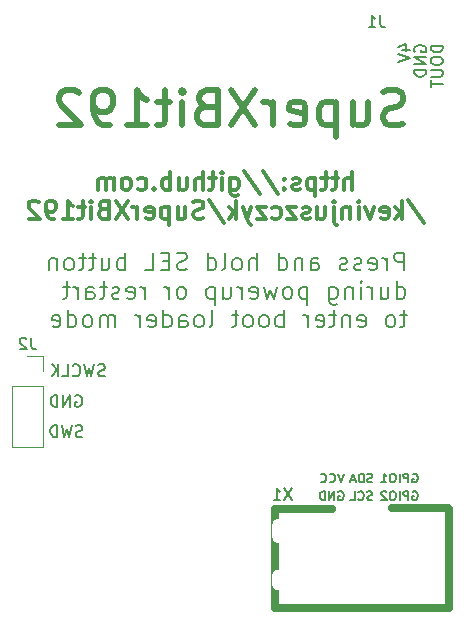
<source format=gbr>
%TF.GenerationSoftware,KiCad,Pcbnew,8.0.4*%
%TF.CreationDate,2024-09-02T23:34:25-07:00*%
%TF.ProjectId,badgesao,62616467-6573-4616-9f2e-6b696361645f,rev?*%
%TF.SameCoordinates,Original*%
%TF.FileFunction,Legend,Bot*%
%TF.FilePolarity,Positive*%
%FSLAX46Y46*%
G04 Gerber Fmt 4.6, Leading zero omitted, Abs format (unit mm)*
G04 Created by KiCad (PCBNEW 8.0.4) date 2024-09-02 23:34:25*
%MOMM*%
%LPD*%
G01*
G04 APERTURE LIST*
G04 Aperture macros list*
%AMHorizOval*
0 Thick line with rounded ends*
0 $1 width*
0 $2 $3 position (X,Y) of the first rounded end (center of the circle)*
0 $4 $5 position (X,Y) of the second rounded end (center of the circle)*
0 Add line between two ends*
20,1,$1,$2,$3,$4,$5,0*
0 Add two circle primitives to create the rounded ends*
1,1,$1,$2,$3*
1,1,$1,$4,$5*%
G04 Aperture macros list end*
%ADD10C,0.500000*%
%ADD11C,0.304800*%
%ADD12C,0.150000*%
%ADD13C,0.187500*%
%ADD14C,0.120000*%
%ADD15C,0.700000*%
%ADD16R,1.000000X1.000000*%
%ADD17HorizOval,1.000000X0.000000X0.000000X0.000000X0.000000X0*%
%ADD18R,1.700000X1.700000*%
%ADD19O,1.700000X1.700000*%
%ADD20O,1.000000X1.800000*%
%ADD21O,1.000000X2.100000*%
%ADD22C,0.650000*%
%ADD23R,1.727200X1.727200*%
%ADD24C,1.727200*%
%ADD25O,1.727200X1.727200*%
G04 APERTURE END LIST*
D10*
X141921429Y-60319000D02*
X141492858Y-60461857D01*
X141492858Y-60461857D02*
X140778572Y-60461857D01*
X140778572Y-60461857D02*
X140492858Y-60319000D01*
X140492858Y-60319000D02*
X140350000Y-60176142D01*
X140350000Y-60176142D02*
X140207143Y-59890428D01*
X140207143Y-59890428D02*
X140207143Y-59604714D01*
X140207143Y-59604714D02*
X140350000Y-59319000D01*
X140350000Y-59319000D02*
X140492858Y-59176142D01*
X140492858Y-59176142D02*
X140778572Y-59033285D01*
X140778572Y-59033285D02*
X141350000Y-58890428D01*
X141350000Y-58890428D02*
X141635715Y-58747571D01*
X141635715Y-58747571D02*
X141778572Y-58604714D01*
X141778572Y-58604714D02*
X141921429Y-58319000D01*
X141921429Y-58319000D02*
X141921429Y-58033285D01*
X141921429Y-58033285D02*
X141778572Y-57747571D01*
X141778572Y-57747571D02*
X141635715Y-57604714D01*
X141635715Y-57604714D02*
X141350000Y-57461857D01*
X141350000Y-57461857D02*
X140635715Y-57461857D01*
X140635715Y-57461857D02*
X140207143Y-57604714D01*
X137635715Y-58461857D02*
X137635715Y-60461857D01*
X138921429Y-58461857D02*
X138921429Y-60033285D01*
X138921429Y-60033285D02*
X138778572Y-60319000D01*
X138778572Y-60319000D02*
X138492857Y-60461857D01*
X138492857Y-60461857D02*
X138064286Y-60461857D01*
X138064286Y-60461857D02*
X137778572Y-60319000D01*
X137778572Y-60319000D02*
X137635715Y-60176142D01*
X136207143Y-58461857D02*
X136207143Y-61461857D01*
X136207143Y-58604714D02*
X135921429Y-58461857D01*
X135921429Y-58461857D02*
X135350000Y-58461857D01*
X135350000Y-58461857D02*
X135064286Y-58604714D01*
X135064286Y-58604714D02*
X134921429Y-58747571D01*
X134921429Y-58747571D02*
X134778571Y-59033285D01*
X134778571Y-59033285D02*
X134778571Y-59890428D01*
X134778571Y-59890428D02*
X134921429Y-60176142D01*
X134921429Y-60176142D02*
X135064286Y-60319000D01*
X135064286Y-60319000D02*
X135350000Y-60461857D01*
X135350000Y-60461857D02*
X135921429Y-60461857D01*
X135921429Y-60461857D02*
X136207143Y-60319000D01*
X132350000Y-60319000D02*
X132635714Y-60461857D01*
X132635714Y-60461857D02*
X133207143Y-60461857D01*
X133207143Y-60461857D02*
X133492857Y-60319000D01*
X133492857Y-60319000D02*
X133635714Y-60033285D01*
X133635714Y-60033285D02*
X133635714Y-58890428D01*
X133635714Y-58890428D02*
X133492857Y-58604714D01*
X133492857Y-58604714D02*
X133207143Y-58461857D01*
X133207143Y-58461857D02*
X132635714Y-58461857D01*
X132635714Y-58461857D02*
X132350000Y-58604714D01*
X132350000Y-58604714D02*
X132207143Y-58890428D01*
X132207143Y-58890428D02*
X132207143Y-59176142D01*
X132207143Y-59176142D02*
X133635714Y-59461857D01*
X130921428Y-60461857D02*
X130921428Y-58461857D01*
X130921428Y-59033285D02*
X130778571Y-58747571D01*
X130778571Y-58747571D02*
X130635714Y-58604714D01*
X130635714Y-58604714D02*
X130349999Y-58461857D01*
X130349999Y-58461857D02*
X130064285Y-58461857D01*
X129349999Y-57461857D02*
X127349999Y-60461857D01*
X127349999Y-57461857D02*
X129349999Y-60461857D01*
X125207142Y-58890428D02*
X124778570Y-59033285D01*
X124778570Y-59033285D02*
X124635713Y-59176142D01*
X124635713Y-59176142D02*
X124492856Y-59461857D01*
X124492856Y-59461857D02*
X124492856Y-59890428D01*
X124492856Y-59890428D02*
X124635713Y-60176142D01*
X124635713Y-60176142D02*
X124778570Y-60319000D01*
X124778570Y-60319000D02*
X125064285Y-60461857D01*
X125064285Y-60461857D02*
X126207142Y-60461857D01*
X126207142Y-60461857D02*
X126207142Y-57461857D01*
X126207142Y-57461857D02*
X125207142Y-57461857D01*
X125207142Y-57461857D02*
X124921428Y-57604714D01*
X124921428Y-57604714D02*
X124778570Y-57747571D01*
X124778570Y-57747571D02*
X124635713Y-58033285D01*
X124635713Y-58033285D02*
X124635713Y-58319000D01*
X124635713Y-58319000D02*
X124778570Y-58604714D01*
X124778570Y-58604714D02*
X124921428Y-58747571D01*
X124921428Y-58747571D02*
X125207142Y-58890428D01*
X125207142Y-58890428D02*
X126207142Y-58890428D01*
X123207142Y-60461857D02*
X123207142Y-58461857D01*
X123207142Y-57461857D02*
X123349999Y-57604714D01*
X123349999Y-57604714D02*
X123207142Y-57747571D01*
X123207142Y-57747571D02*
X123064285Y-57604714D01*
X123064285Y-57604714D02*
X123207142Y-57461857D01*
X123207142Y-57461857D02*
X123207142Y-57747571D01*
X122207142Y-58461857D02*
X121064285Y-58461857D01*
X121778571Y-57461857D02*
X121778571Y-60033285D01*
X121778571Y-60033285D02*
X121635714Y-60319000D01*
X121635714Y-60319000D02*
X121349999Y-60461857D01*
X121349999Y-60461857D02*
X121064285Y-60461857D01*
X118492856Y-60461857D02*
X120207142Y-60461857D01*
X119349999Y-60461857D02*
X119349999Y-57461857D01*
X119349999Y-57461857D02*
X119635713Y-57890428D01*
X119635713Y-57890428D02*
X119921428Y-58176142D01*
X119921428Y-58176142D02*
X120207142Y-58319000D01*
X117064285Y-60461857D02*
X116492856Y-60461857D01*
X116492856Y-60461857D02*
X116207142Y-60319000D01*
X116207142Y-60319000D02*
X116064285Y-60176142D01*
X116064285Y-60176142D02*
X115778570Y-59747571D01*
X115778570Y-59747571D02*
X115635713Y-59176142D01*
X115635713Y-59176142D02*
X115635713Y-58033285D01*
X115635713Y-58033285D02*
X115778570Y-57747571D01*
X115778570Y-57747571D02*
X115921428Y-57604714D01*
X115921428Y-57604714D02*
X116207142Y-57461857D01*
X116207142Y-57461857D02*
X116778570Y-57461857D01*
X116778570Y-57461857D02*
X117064285Y-57604714D01*
X117064285Y-57604714D02*
X117207142Y-57747571D01*
X117207142Y-57747571D02*
X117349999Y-58033285D01*
X117349999Y-58033285D02*
X117349999Y-58747571D01*
X117349999Y-58747571D02*
X117207142Y-59033285D01*
X117207142Y-59033285D02*
X117064285Y-59176142D01*
X117064285Y-59176142D02*
X116778570Y-59319000D01*
X116778570Y-59319000D02*
X116207142Y-59319000D01*
X116207142Y-59319000D02*
X115921428Y-59176142D01*
X115921428Y-59176142D02*
X115778570Y-59033285D01*
X115778570Y-59033285D02*
X115635713Y-58747571D01*
X114492856Y-57747571D02*
X114349999Y-57604714D01*
X114349999Y-57604714D02*
X114064285Y-57461857D01*
X114064285Y-57461857D02*
X113349999Y-57461857D01*
X113349999Y-57461857D02*
X113064285Y-57604714D01*
X113064285Y-57604714D02*
X112921427Y-57747571D01*
X112921427Y-57747571D02*
X112778570Y-58033285D01*
X112778570Y-58033285D02*
X112778570Y-58319000D01*
X112778570Y-58319000D02*
X112921427Y-58747571D01*
X112921427Y-58747571D02*
X114635713Y-60461857D01*
X114635713Y-60461857D02*
X112778570Y-60461857D01*
D11*
X137590569Y-65912404D02*
X137590569Y-64388404D01*
X136937427Y-65912404D02*
X136937427Y-65114118D01*
X136937427Y-65114118D02*
X137009998Y-64968975D01*
X137009998Y-64968975D02*
X137155141Y-64896404D01*
X137155141Y-64896404D02*
X137372855Y-64896404D01*
X137372855Y-64896404D02*
X137517998Y-64968975D01*
X137517998Y-64968975D02*
X137590569Y-65041547D01*
X136429427Y-64896404D02*
X135848855Y-64896404D01*
X136211712Y-64388404D02*
X136211712Y-65694690D01*
X136211712Y-65694690D02*
X136139141Y-65839833D01*
X136139141Y-65839833D02*
X135993998Y-65912404D01*
X135993998Y-65912404D02*
X135848855Y-65912404D01*
X135558570Y-64896404D02*
X134977998Y-64896404D01*
X135340855Y-64388404D02*
X135340855Y-65694690D01*
X135340855Y-65694690D02*
X135268284Y-65839833D01*
X135268284Y-65839833D02*
X135123141Y-65912404D01*
X135123141Y-65912404D02*
X134977998Y-65912404D01*
X134469998Y-64896404D02*
X134469998Y-66420404D01*
X134469998Y-64968975D02*
X134324856Y-64896404D01*
X134324856Y-64896404D02*
X134034570Y-64896404D01*
X134034570Y-64896404D02*
X133889427Y-64968975D01*
X133889427Y-64968975D02*
X133816856Y-65041547D01*
X133816856Y-65041547D02*
X133744284Y-65186690D01*
X133744284Y-65186690D02*
X133744284Y-65622118D01*
X133744284Y-65622118D02*
X133816856Y-65767261D01*
X133816856Y-65767261D02*
X133889427Y-65839833D01*
X133889427Y-65839833D02*
X134034570Y-65912404D01*
X134034570Y-65912404D02*
X134324856Y-65912404D01*
X134324856Y-65912404D02*
X134469998Y-65839833D01*
X133163713Y-65839833D02*
X133018570Y-65912404D01*
X133018570Y-65912404D02*
X132728284Y-65912404D01*
X132728284Y-65912404D02*
X132583141Y-65839833D01*
X132583141Y-65839833D02*
X132510570Y-65694690D01*
X132510570Y-65694690D02*
X132510570Y-65622118D01*
X132510570Y-65622118D02*
X132583141Y-65476975D01*
X132583141Y-65476975D02*
X132728284Y-65404404D01*
X132728284Y-65404404D02*
X132945999Y-65404404D01*
X132945999Y-65404404D02*
X133091141Y-65331833D01*
X133091141Y-65331833D02*
X133163713Y-65186690D01*
X133163713Y-65186690D02*
X133163713Y-65114118D01*
X133163713Y-65114118D02*
X133091141Y-64968975D01*
X133091141Y-64968975D02*
X132945999Y-64896404D01*
X132945999Y-64896404D02*
X132728284Y-64896404D01*
X132728284Y-64896404D02*
X132583141Y-64968975D01*
X131857427Y-65767261D02*
X131784856Y-65839833D01*
X131784856Y-65839833D02*
X131857427Y-65912404D01*
X131857427Y-65912404D02*
X131929999Y-65839833D01*
X131929999Y-65839833D02*
X131857427Y-65767261D01*
X131857427Y-65767261D02*
X131857427Y-65912404D01*
X131857427Y-64968975D02*
X131784856Y-65041547D01*
X131784856Y-65041547D02*
X131857427Y-65114118D01*
X131857427Y-65114118D02*
X131929999Y-65041547D01*
X131929999Y-65041547D02*
X131857427Y-64968975D01*
X131857427Y-64968975D02*
X131857427Y-65114118D01*
X130043142Y-64315833D02*
X131349428Y-66275261D01*
X128446571Y-64315833D02*
X129752857Y-66275261D01*
X127285429Y-64896404D02*
X127285429Y-66130118D01*
X127285429Y-66130118D02*
X127358000Y-66275261D01*
X127358000Y-66275261D02*
X127430571Y-66347833D01*
X127430571Y-66347833D02*
X127575714Y-66420404D01*
X127575714Y-66420404D02*
X127793429Y-66420404D01*
X127793429Y-66420404D02*
X127938571Y-66347833D01*
X127285429Y-65839833D02*
X127430571Y-65912404D01*
X127430571Y-65912404D02*
X127720857Y-65912404D01*
X127720857Y-65912404D02*
X127866000Y-65839833D01*
X127866000Y-65839833D02*
X127938571Y-65767261D01*
X127938571Y-65767261D02*
X128011143Y-65622118D01*
X128011143Y-65622118D02*
X128011143Y-65186690D01*
X128011143Y-65186690D02*
X127938571Y-65041547D01*
X127938571Y-65041547D02*
X127866000Y-64968975D01*
X127866000Y-64968975D02*
X127720857Y-64896404D01*
X127720857Y-64896404D02*
X127430571Y-64896404D01*
X127430571Y-64896404D02*
X127285429Y-64968975D01*
X126559714Y-65912404D02*
X126559714Y-64896404D01*
X126559714Y-64388404D02*
X126632286Y-64460975D01*
X126632286Y-64460975D02*
X126559714Y-64533547D01*
X126559714Y-64533547D02*
X126487143Y-64460975D01*
X126487143Y-64460975D02*
X126559714Y-64388404D01*
X126559714Y-64388404D02*
X126559714Y-64533547D01*
X126051715Y-64896404D02*
X125471143Y-64896404D01*
X125834000Y-64388404D02*
X125834000Y-65694690D01*
X125834000Y-65694690D02*
X125761429Y-65839833D01*
X125761429Y-65839833D02*
X125616286Y-65912404D01*
X125616286Y-65912404D02*
X125471143Y-65912404D01*
X124963143Y-65912404D02*
X124963143Y-64388404D01*
X124310001Y-65912404D02*
X124310001Y-65114118D01*
X124310001Y-65114118D02*
X124382572Y-64968975D01*
X124382572Y-64968975D02*
X124527715Y-64896404D01*
X124527715Y-64896404D02*
X124745429Y-64896404D01*
X124745429Y-64896404D02*
X124890572Y-64968975D01*
X124890572Y-64968975D02*
X124963143Y-65041547D01*
X122931144Y-64896404D02*
X122931144Y-65912404D01*
X123584286Y-64896404D02*
X123584286Y-65694690D01*
X123584286Y-65694690D02*
X123511715Y-65839833D01*
X123511715Y-65839833D02*
X123366572Y-65912404D01*
X123366572Y-65912404D02*
X123148858Y-65912404D01*
X123148858Y-65912404D02*
X123003715Y-65839833D01*
X123003715Y-65839833D02*
X122931144Y-65767261D01*
X122205429Y-65912404D02*
X122205429Y-64388404D01*
X122205429Y-64968975D02*
X122060287Y-64896404D01*
X122060287Y-64896404D02*
X121770001Y-64896404D01*
X121770001Y-64896404D02*
X121624858Y-64968975D01*
X121624858Y-64968975D02*
X121552287Y-65041547D01*
X121552287Y-65041547D02*
X121479715Y-65186690D01*
X121479715Y-65186690D02*
X121479715Y-65622118D01*
X121479715Y-65622118D02*
X121552287Y-65767261D01*
X121552287Y-65767261D02*
X121624858Y-65839833D01*
X121624858Y-65839833D02*
X121770001Y-65912404D01*
X121770001Y-65912404D02*
X122060287Y-65912404D01*
X122060287Y-65912404D02*
X122205429Y-65839833D01*
X120826572Y-65767261D02*
X120754001Y-65839833D01*
X120754001Y-65839833D02*
X120826572Y-65912404D01*
X120826572Y-65912404D02*
X120899144Y-65839833D01*
X120899144Y-65839833D02*
X120826572Y-65767261D01*
X120826572Y-65767261D02*
X120826572Y-65912404D01*
X119447716Y-65839833D02*
X119592858Y-65912404D01*
X119592858Y-65912404D02*
X119883144Y-65912404D01*
X119883144Y-65912404D02*
X120028287Y-65839833D01*
X120028287Y-65839833D02*
X120100858Y-65767261D01*
X120100858Y-65767261D02*
X120173430Y-65622118D01*
X120173430Y-65622118D02*
X120173430Y-65186690D01*
X120173430Y-65186690D02*
X120100858Y-65041547D01*
X120100858Y-65041547D02*
X120028287Y-64968975D01*
X120028287Y-64968975D02*
X119883144Y-64896404D01*
X119883144Y-64896404D02*
X119592858Y-64896404D01*
X119592858Y-64896404D02*
X119447716Y-64968975D01*
X118576858Y-65912404D02*
X118722001Y-65839833D01*
X118722001Y-65839833D02*
X118794572Y-65767261D01*
X118794572Y-65767261D02*
X118867144Y-65622118D01*
X118867144Y-65622118D02*
X118867144Y-65186690D01*
X118867144Y-65186690D02*
X118794572Y-65041547D01*
X118794572Y-65041547D02*
X118722001Y-64968975D01*
X118722001Y-64968975D02*
X118576858Y-64896404D01*
X118576858Y-64896404D02*
X118359144Y-64896404D01*
X118359144Y-64896404D02*
X118214001Y-64968975D01*
X118214001Y-64968975D02*
X118141430Y-65041547D01*
X118141430Y-65041547D02*
X118068858Y-65186690D01*
X118068858Y-65186690D02*
X118068858Y-65622118D01*
X118068858Y-65622118D02*
X118141430Y-65767261D01*
X118141430Y-65767261D02*
X118214001Y-65839833D01*
X118214001Y-65839833D02*
X118359144Y-65912404D01*
X118359144Y-65912404D02*
X118576858Y-65912404D01*
X117415715Y-65912404D02*
X117415715Y-64896404D01*
X117415715Y-65041547D02*
X117343144Y-64968975D01*
X117343144Y-64968975D02*
X117198001Y-64896404D01*
X117198001Y-64896404D02*
X116980287Y-64896404D01*
X116980287Y-64896404D02*
X116835144Y-64968975D01*
X116835144Y-64968975D02*
X116762573Y-65114118D01*
X116762573Y-65114118D02*
X116762573Y-65912404D01*
X116762573Y-65114118D02*
X116690001Y-64968975D01*
X116690001Y-64968975D02*
X116544858Y-64896404D01*
X116544858Y-64896404D02*
X116327144Y-64896404D01*
X116327144Y-64896404D02*
X116182001Y-64968975D01*
X116182001Y-64968975D02*
X116109430Y-65114118D01*
X116109430Y-65114118D02*
X116109430Y-65912404D01*
X142343999Y-66769388D02*
X143650285Y-68728816D01*
X141835999Y-68365959D02*
X141835999Y-66841959D01*
X141690857Y-67785388D02*
X141255428Y-68365959D01*
X141255428Y-67349959D02*
X141835999Y-67930530D01*
X140021714Y-68293388D02*
X140166857Y-68365959D01*
X140166857Y-68365959D02*
X140457143Y-68365959D01*
X140457143Y-68365959D02*
X140602285Y-68293388D01*
X140602285Y-68293388D02*
X140674857Y-68148245D01*
X140674857Y-68148245D02*
X140674857Y-67567673D01*
X140674857Y-67567673D02*
X140602285Y-67422530D01*
X140602285Y-67422530D02*
X140457143Y-67349959D01*
X140457143Y-67349959D02*
X140166857Y-67349959D01*
X140166857Y-67349959D02*
X140021714Y-67422530D01*
X140021714Y-67422530D02*
X139949143Y-67567673D01*
X139949143Y-67567673D02*
X139949143Y-67712816D01*
X139949143Y-67712816D02*
X140674857Y-67857959D01*
X139441142Y-67349959D02*
X139078285Y-68365959D01*
X139078285Y-68365959D02*
X138715428Y-67349959D01*
X138134856Y-68365959D02*
X138134856Y-67349959D01*
X138134856Y-66841959D02*
X138207428Y-66914530D01*
X138207428Y-66914530D02*
X138134856Y-66987102D01*
X138134856Y-66987102D02*
X138062285Y-66914530D01*
X138062285Y-66914530D02*
X138134856Y-66841959D01*
X138134856Y-66841959D02*
X138134856Y-66987102D01*
X137409142Y-67349959D02*
X137409142Y-68365959D01*
X137409142Y-67495102D02*
X137336571Y-67422530D01*
X137336571Y-67422530D02*
X137191428Y-67349959D01*
X137191428Y-67349959D02*
X136973714Y-67349959D01*
X136973714Y-67349959D02*
X136828571Y-67422530D01*
X136828571Y-67422530D02*
X136756000Y-67567673D01*
X136756000Y-67567673D02*
X136756000Y-68365959D01*
X136030285Y-67349959D02*
X136030285Y-68656245D01*
X136030285Y-68656245D02*
X136102857Y-68801388D01*
X136102857Y-68801388D02*
X136248000Y-68873959D01*
X136248000Y-68873959D02*
X136320571Y-68873959D01*
X136030285Y-66841959D02*
X136102857Y-66914530D01*
X136102857Y-66914530D02*
X136030285Y-66987102D01*
X136030285Y-66987102D02*
X135957714Y-66914530D01*
X135957714Y-66914530D02*
X136030285Y-66841959D01*
X136030285Y-66841959D02*
X136030285Y-66987102D01*
X134651429Y-67349959D02*
X134651429Y-68365959D01*
X135304571Y-67349959D02*
X135304571Y-68148245D01*
X135304571Y-68148245D02*
X135232000Y-68293388D01*
X135232000Y-68293388D02*
X135086857Y-68365959D01*
X135086857Y-68365959D02*
X134869143Y-68365959D01*
X134869143Y-68365959D02*
X134724000Y-68293388D01*
X134724000Y-68293388D02*
X134651429Y-68220816D01*
X133998286Y-68293388D02*
X133853143Y-68365959D01*
X133853143Y-68365959D02*
X133562857Y-68365959D01*
X133562857Y-68365959D02*
X133417714Y-68293388D01*
X133417714Y-68293388D02*
X133345143Y-68148245D01*
X133345143Y-68148245D02*
X133345143Y-68075673D01*
X133345143Y-68075673D02*
X133417714Y-67930530D01*
X133417714Y-67930530D02*
X133562857Y-67857959D01*
X133562857Y-67857959D02*
X133780572Y-67857959D01*
X133780572Y-67857959D02*
X133925714Y-67785388D01*
X133925714Y-67785388D02*
X133998286Y-67640245D01*
X133998286Y-67640245D02*
X133998286Y-67567673D01*
X133998286Y-67567673D02*
X133925714Y-67422530D01*
X133925714Y-67422530D02*
X133780572Y-67349959D01*
X133780572Y-67349959D02*
X133562857Y-67349959D01*
X133562857Y-67349959D02*
X133417714Y-67422530D01*
X132837143Y-67349959D02*
X132038858Y-67349959D01*
X132038858Y-67349959D02*
X132837143Y-68365959D01*
X132837143Y-68365959D02*
X132038858Y-68365959D01*
X130805144Y-68293388D02*
X130950286Y-68365959D01*
X130950286Y-68365959D02*
X131240572Y-68365959D01*
X131240572Y-68365959D02*
X131385715Y-68293388D01*
X131385715Y-68293388D02*
X131458286Y-68220816D01*
X131458286Y-68220816D02*
X131530858Y-68075673D01*
X131530858Y-68075673D02*
X131530858Y-67640245D01*
X131530858Y-67640245D02*
X131458286Y-67495102D01*
X131458286Y-67495102D02*
X131385715Y-67422530D01*
X131385715Y-67422530D02*
X131240572Y-67349959D01*
X131240572Y-67349959D02*
X130950286Y-67349959D01*
X130950286Y-67349959D02*
X130805144Y-67422530D01*
X130297143Y-67349959D02*
X129498858Y-67349959D01*
X129498858Y-67349959D02*
X130297143Y-68365959D01*
X130297143Y-68365959D02*
X129498858Y-68365959D01*
X129063429Y-67349959D02*
X128700572Y-68365959D01*
X128337715Y-67349959D02*
X128700572Y-68365959D01*
X128700572Y-68365959D02*
X128845715Y-68728816D01*
X128845715Y-68728816D02*
X128918286Y-68801388D01*
X128918286Y-68801388D02*
X129063429Y-68873959D01*
X127757143Y-68365959D02*
X127757143Y-66841959D01*
X127612001Y-67785388D02*
X127176572Y-68365959D01*
X127176572Y-67349959D02*
X127757143Y-67930530D01*
X125434858Y-66769388D02*
X126741144Y-68728816D01*
X124999430Y-68293388D02*
X124781716Y-68365959D01*
X124781716Y-68365959D02*
X124418858Y-68365959D01*
X124418858Y-68365959D02*
X124273716Y-68293388D01*
X124273716Y-68293388D02*
X124201144Y-68220816D01*
X124201144Y-68220816D02*
X124128573Y-68075673D01*
X124128573Y-68075673D02*
X124128573Y-67930530D01*
X124128573Y-67930530D02*
X124201144Y-67785388D01*
X124201144Y-67785388D02*
X124273716Y-67712816D01*
X124273716Y-67712816D02*
X124418858Y-67640245D01*
X124418858Y-67640245D02*
X124709144Y-67567673D01*
X124709144Y-67567673D02*
X124854287Y-67495102D01*
X124854287Y-67495102D02*
X124926858Y-67422530D01*
X124926858Y-67422530D02*
X124999430Y-67277388D01*
X124999430Y-67277388D02*
X124999430Y-67132245D01*
X124999430Y-67132245D02*
X124926858Y-66987102D01*
X124926858Y-66987102D02*
X124854287Y-66914530D01*
X124854287Y-66914530D02*
X124709144Y-66841959D01*
X124709144Y-66841959D02*
X124346287Y-66841959D01*
X124346287Y-66841959D02*
X124128573Y-66914530D01*
X122822287Y-67349959D02*
X122822287Y-68365959D01*
X123475429Y-67349959D02*
X123475429Y-68148245D01*
X123475429Y-68148245D02*
X123402858Y-68293388D01*
X123402858Y-68293388D02*
X123257715Y-68365959D01*
X123257715Y-68365959D02*
X123040001Y-68365959D01*
X123040001Y-68365959D02*
X122894858Y-68293388D01*
X122894858Y-68293388D02*
X122822287Y-68220816D01*
X122096572Y-67349959D02*
X122096572Y-68873959D01*
X122096572Y-67422530D02*
X121951430Y-67349959D01*
X121951430Y-67349959D02*
X121661144Y-67349959D01*
X121661144Y-67349959D02*
X121516001Y-67422530D01*
X121516001Y-67422530D02*
X121443430Y-67495102D01*
X121443430Y-67495102D02*
X121370858Y-67640245D01*
X121370858Y-67640245D02*
X121370858Y-68075673D01*
X121370858Y-68075673D02*
X121443430Y-68220816D01*
X121443430Y-68220816D02*
X121516001Y-68293388D01*
X121516001Y-68293388D02*
X121661144Y-68365959D01*
X121661144Y-68365959D02*
X121951430Y-68365959D01*
X121951430Y-68365959D02*
X122096572Y-68293388D01*
X120137144Y-68293388D02*
X120282287Y-68365959D01*
X120282287Y-68365959D02*
X120572573Y-68365959D01*
X120572573Y-68365959D02*
X120717715Y-68293388D01*
X120717715Y-68293388D02*
X120790287Y-68148245D01*
X120790287Y-68148245D02*
X120790287Y-67567673D01*
X120790287Y-67567673D02*
X120717715Y-67422530D01*
X120717715Y-67422530D02*
X120572573Y-67349959D01*
X120572573Y-67349959D02*
X120282287Y-67349959D01*
X120282287Y-67349959D02*
X120137144Y-67422530D01*
X120137144Y-67422530D02*
X120064573Y-67567673D01*
X120064573Y-67567673D02*
X120064573Y-67712816D01*
X120064573Y-67712816D02*
X120790287Y-67857959D01*
X119411429Y-68365959D02*
X119411429Y-67349959D01*
X119411429Y-67640245D02*
X119338858Y-67495102D01*
X119338858Y-67495102D02*
X119266287Y-67422530D01*
X119266287Y-67422530D02*
X119121144Y-67349959D01*
X119121144Y-67349959D02*
X118976001Y-67349959D01*
X118613143Y-66841959D02*
X117597143Y-68365959D01*
X117597143Y-66841959D02*
X118613143Y-68365959D01*
X116508571Y-67567673D02*
X116290857Y-67640245D01*
X116290857Y-67640245D02*
X116218286Y-67712816D01*
X116218286Y-67712816D02*
X116145714Y-67857959D01*
X116145714Y-67857959D02*
X116145714Y-68075673D01*
X116145714Y-68075673D02*
X116218286Y-68220816D01*
X116218286Y-68220816D02*
X116290857Y-68293388D01*
X116290857Y-68293388D02*
X116436000Y-68365959D01*
X116436000Y-68365959D02*
X117016571Y-68365959D01*
X117016571Y-68365959D02*
X117016571Y-66841959D01*
X117016571Y-66841959D02*
X116508571Y-66841959D01*
X116508571Y-66841959D02*
X116363429Y-66914530D01*
X116363429Y-66914530D02*
X116290857Y-66987102D01*
X116290857Y-66987102D02*
X116218286Y-67132245D01*
X116218286Y-67132245D02*
X116218286Y-67277388D01*
X116218286Y-67277388D02*
X116290857Y-67422530D01*
X116290857Y-67422530D02*
X116363429Y-67495102D01*
X116363429Y-67495102D02*
X116508571Y-67567673D01*
X116508571Y-67567673D02*
X117016571Y-67567673D01*
X115492571Y-68365959D02*
X115492571Y-67349959D01*
X115492571Y-66841959D02*
X115565143Y-66914530D01*
X115565143Y-66914530D02*
X115492571Y-66987102D01*
X115492571Y-66987102D02*
X115420000Y-66914530D01*
X115420000Y-66914530D02*
X115492571Y-66841959D01*
X115492571Y-66841959D02*
X115492571Y-66987102D01*
X114984572Y-67349959D02*
X114404000Y-67349959D01*
X114766857Y-66841959D02*
X114766857Y-68148245D01*
X114766857Y-68148245D02*
X114694286Y-68293388D01*
X114694286Y-68293388D02*
X114549143Y-68365959D01*
X114549143Y-68365959D02*
X114404000Y-68365959D01*
X113097715Y-68365959D02*
X113968572Y-68365959D01*
X113533143Y-68365959D02*
X113533143Y-66841959D01*
X113533143Y-66841959D02*
X113678286Y-67059673D01*
X113678286Y-67059673D02*
X113823429Y-67204816D01*
X113823429Y-67204816D02*
X113968572Y-67277388D01*
X112372000Y-68365959D02*
X112081714Y-68365959D01*
X112081714Y-68365959D02*
X111936571Y-68293388D01*
X111936571Y-68293388D02*
X111864000Y-68220816D01*
X111864000Y-68220816D02*
X111718857Y-68003102D01*
X111718857Y-68003102D02*
X111646286Y-67712816D01*
X111646286Y-67712816D02*
X111646286Y-67132245D01*
X111646286Y-67132245D02*
X111718857Y-66987102D01*
X111718857Y-66987102D02*
X111791429Y-66914530D01*
X111791429Y-66914530D02*
X111936571Y-66841959D01*
X111936571Y-66841959D02*
X112226857Y-66841959D01*
X112226857Y-66841959D02*
X112372000Y-66914530D01*
X112372000Y-66914530D02*
X112444571Y-66987102D01*
X112444571Y-66987102D02*
X112517143Y-67132245D01*
X112517143Y-67132245D02*
X112517143Y-67495102D01*
X112517143Y-67495102D02*
X112444571Y-67640245D01*
X112444571Y-67640245D02*
X112372000Y-67712816D01*
X112372000Y-67712816D02*
X112226857Y-67785388D01*
X112226857Y-67785388D02*
X111936571Y-67785388D01*
X111936571Y-67785388D02*
X111791429Y-67712816D01*
X111791429Y-67712816D02*
X111718857Y-67640245D01*
X111718857Y-67640245D02*
X111646286Y-67495102D01*
X111065714Y-66987102D02*
X110993142Y-66914530D01*
X110993142Y-66914530D02*
X110848000Y-66841959D01*
X110848000Y-66841959D02*
X110485142Y-66841959D01*
X110485142Y-66841959D02*
X110340000Y-66914530D01*
X110340000Y-66914530D02*
X110267428Y-66987102D01*
X110267428Y-66987102D02*
X110194857Y-67132245D01*
X110194857Y-67132245D02*
X110194857Y-67277388D01*
X110194857Y-67277388D02*
X110267428Y-67495102D01*
X110267428Y-67495102D02*
X111138285Y-68365959D01*
X111138285Y-68365959D02*
X110194857Y-68365959D01*
D12*
X114757142Y-86807200D02*
X114614285Y-86854819D01*
X114614285Y-86854819D02*
X114376190Y-86854819D01*
X114376190Y-86854819D02*
X114280952Y-86807200D01*
X114280952Y-86807200D02*
X114233333Y-86759580D01*
X114233333Y-86759580D02*
X114185714Y-86664342D01*
X114185714Y-86664342D02*
X114185714Y-86569104D01*
X114185714Y-86569104D02*
X114233333Y-86473866D01*
X114233333Y-86473866D02*
X114280952Y-86426247D01*
X114280952Y-86426247D02*
X114376190Y-86378628D01*
X114376190Y-86378628D02*
X114566666Y-86331009D01*
X114566666Y-86331009D02*
X114661904Y-86283390D01*
X114661904Y-86283390D02*
X114709523Y-86235771D01*
X114709523Y-86235771D02*
X114757142Y-86140533D01*
X114757142Y-86140533D02*
X114757142Y-86045295D01*
X114757142Y-86045295D02*
X114709523Y-85950057D01*
X114709523Y-85950057D02*
X114661904Y-85902438D01*
X114661904Y-85902438D02*
X114566666Y-85854819D01*
X114566666Y-85854819D02*
X114328571Y-85854819D01*
X114328571Y-85854819D02*
X114185714Y-85902438D01*
X113852380Y-85854819D02*
X113614285Y-86854819D01*
X113614285Y-86854819D02*
X113423809Y-86140533D01*
X113423809Y-86140533D02*
X113233333Y-86854819D01*
X113233333Y-86854819D02*
X112995238Y-85854819D01*
X112614285Y-86854819D02*
X112614285Y-85854819D01*
X112614285Y-85854819D02*
X112376190Y-85854819D01*
X112376190Y-85854819D02*
X112233333Y-85902438D01*
X112233333Y-85902438D02*
X112138095Y-85997676D01*
X112138095Y-85997676D02*
X112090476Y-86092914D01*
X112090476Y-86092914D02*
X112042857Y-86283390D01*
X112042857Y-86283390D02*
X112042857Y-86426247D01*
X112042857Y-86426247D02*
X112090476Y-86616723D01*
X112090476Y-86616723D02*
X112138095Y-86711961D01*
X112138095Y-86711961D02*
X112233333Y-86807200D01*
X112233333Y-86807200D02*
X112376190Y-86854819D01*
X112376190Y-86854819D02*
X112614285Y-86854819D01*
X116661904Y-81657200D02*
X116519047Y-81704819D01*
X116519047Y-81704819D02*
X116280952Y-81704819D01*
X116280952Y-81704819D02*
X116185714Y-81657200D01*
X116185714Y-81657200D02*
X116138095Y-81609580D01*
X116138095Y-81609580D02*
X116090476Y-81514342D01*
X116090476Y-81514342D02*
X116090476Y-81419104D01*
X116090476Y-81419104D02*
X116138095Y-81323866D01*
X116138095Y-81323866D02*
X116185714Y-81276247D01*
X116185714Y-81276247D02*
X116280952Y-81228628D01*
X116280952Y-81228628D02*
X116471428Y-81181009D01*
X116471428Y-81181009D02*
X116566666Y-81133390D01*
X116566666Y-81133390D02*
X116614285Y-81085771D01*
X116614285Y-81085771D02*
X116661904Y-80990533D01*
X116661904Y-80990533D02*
X116661904Y-80895295D01*
X116661904Y-80895295D02*
X116614285Y-80800057D01*
X116614285Y-80800057D02*
X116566666Y-80752438D01*
X116566666Y-80752438D02*
X116471428Y-80704819D01*
X116471428Y-80704819D02*
X116233333Y-80704819D01*
X116233333Y-80704819D02*
X116090476Y-80752438D01*
X115757142Y-80704819D02*
X115519047Y-81704819D01*
X115519047Y-81704819D02*
X115328571Y-80990533D01*
X115328571Y-80990533D02*
X115138095Y-81704819D01*
X115138095Y-81704819D02*
X114900000Y-80704819D01*
X113947619Y-81609580D02*
X113995238Y-81657200D01*
X113995238Y-81657200D02*
X114138095Y-81704819D01*
X114138095Y-81704819D02*
X114233333Y-81704819D01*
X114233333Y-81704819D02*
X114376190Y-81657200D01*
X114376190Y-81657200D02*
X114471428Y-81561961D01*
X114471428Y-81561961D02*
X114519047Y-81466723D01*
X114519047Y-81466723D02*
X114566666Y-81276247D01*
X114566666Y-81276247D02*
X114566666Y-81133390D01*
X114566666Y-81133390D02*
X114519047Y-80942914D01*
X114519047Y-80942914D02*
X114471428Y-80847676D01*
X114471428Y-80847676D02*
X114376190Y-80752438D01*
X114376190Y-80752438D02*
X114233333Y-80704819D01*
X114233333Y-80704819D02*
X114138095Y-80704819D01*
X114138095Y-80704819D02*
X113995238Y-80752438D01*
X113995238Y-80752438D02*
X113947619Y-80800057D01*
X113042857Y-81704819D02*
X113519047Y-81704819D01*
X113519047Y-81704819D02*
X113519047Y-80704819D01*
X112709523Y-81704819D02*
X112709523Y-80704819D01*
X112138095Y-81704819D02*
X112566666Y-81133390D01*
X112138095Y-80704819D02*
X112709523Y-81276247D01*
X114161904Y-83352438D02*
X114257142Y-83304819D01*
X114257142Y-83304819D02*
X114399999Y-83304819D01*
X114399999Y-83304819D02*
X114542856Y-83352438D01*
X114542856Y-83352438D02*
X114638094Y-83447676D01*
X114638094Y-83447676D02*
X114685713Y-83542914D01*
X114685713Y-83542914D02*
X114733332Y-83733390D01*
X114733332Y-83733390D02*
X114733332Y-83876247D01*
X114733332Y-83876247D02*
X114685713Y-84066723D01*
X114685713Y-84066723D02*
X114638094Y-84161961D01*
X114638094Y-84161961D02*
X114542856Y-84257200D01*
X114542856Y-84257200D02*
X114399999Y-84304819D01*
X114399999Y-84304819D02*
X114304761Y-84304819D01*
X114304761Y-84304819D02*
X114161904Y-84257200D01*
X114161904Y-84257200D02*
X114114285Y-84209580D01*
X114114285Y-84209580D02*
X114114285Y-83876247D01*
X114114285Y-83876247D02*
X114304761Y-83876247D01*
X113685713Y-84304819D02*
X113685713Y-83304819D01*
X113685713Y-83304819D02*
X113114285Y-84304819D01*
X113114285Y-84304819D02*
X113114285Y-83304819D01*
X112638094Y-84304819D02*
X112638094Y-83304819D01*
X112638094Y-83304819D02*
X112399999Y-83304819D01*
X112399999Y-83304819D02*
X112257142Y-83352438D01*
X112257142Y-83352438D02*
X112161904Y-83447676D01*
X112161904Y-83447676D02*
X112114285Y-83542914D01*
X112114285Y-83542914D02*
X112066666Y-83733390D01*
X112066666Y-83733390D02*
X112066666Y-83876247D01*
X112066666Y-83876247D02*
X112114285Y-84066723D01*
X112114285Y-84066723D02*
X112161904Y-84161961D01*
X112161904Y-84161961D02*
X112257142Y-84257200D01*
X112257142Y-84257200D02*
X112399999Y-84304819D01*
X112399999Y-84304819D02*
X112638094Y-84304819D01*
X141838152Y-54061904D02*
X142504819Y-54061904D01*
X141457200Y-53823809D02*
X142171485Y-53585714D01*
X142171485Y-53585714D02*
X142171485Y-54204761D01*
X141504819Y-54442857D02*
X142504819Y-54776190D01*
X142504819Y-54776190D02*
X141504819Y-55109523D01*
X142902438Y-54238095D02*
X142854819Y-54142857D01*
X142854819Y-54142857D02*
X142854819Y-54000000D01*
X142854819Y-54000000D02*
X142902438Y-53857143D01*
X142902438Y-53857143D02*
X142997676Y-53761905D01*
X142997676Y-53761905D02*
X143092914Y-53714286D01*
X143092914Y-53714286D02*
X143283390Y-53666667D01*
X143283390Y-53666667D02*
X143426247Y-53666667D01*
X143426247Y-53666667D02*
X143616723Y-53714286D01*
X143616723Y-53714286D02*
X143711961Y-53761905D01*
X143711961Y-53761905D02*
X143807200Y-53857143D01*
X143807200Y-53857143D02*
X143854819Y-54000000D01*
X143854819Y-54000000D02*
X143854819Y-54095238D01*
X143854819Y-54095238D02*
X143807200Y-54238095D01*
X143807200Y-54238095D02*
X143759580Y-54285714D01*
X143759580Y-54285714D02*
X143426247Y-54285714D01*
X143426247Y-54285714D02*
X143426247Y-54095238D01*
X143854819Y-54714286D02*
X142854819Y-54714286D01*
X142854819Y-54714286D02*
X143854819Y-55285714D01*
X143854819Y-55285714D02*
X142854819Y-55285714D01*
X143854819Y-55761905D02*
X142854819Y-55761905D01*
X142854819Y-55761905D02*
X142854819Y-56000000D01*
X142854819Y-56000000D02*
X142902438Y-56142857D01*
X142902438Y-56142857D02*
X142997676Y-56238095D01*
X142997676Y-56238095D02*
X143092914Y-56285714D01*
X143092914Y-56285714D02*
X143283390Y-56333333D01*
X143283390Y-56333333D02*
X143426247Y-56333333D01*
X143426247Y-56333333D02*
X143616723Y-56285714D01*
X143616723Y-56285714D02*
X143711961Y-56238095D01*
X143711961Y-56238095D02*
X143807200Y-56142857D01*
X143807200Y-56142857D02*
X143854819Y-56000000D01*
X143854819Y-56000000D02*
X143854819Y-55761905D01*
X145254819Y-53709524D02*
X144254819Y-53709524D01*
X144254819Y-53709524D02*
X144254819Y-53947619D01*
X144254819Y-53947619D02*
X144302438Y-54090476D01*
X144302438Y-54090476D02*
X144397676Y-54185714D01*
X144397676Y-54185714D02*
X144492914Y-54233333D01*
X144492914Y-54233333D02*
X144683390Y-54280952D01*
X144683390Y-54280952D02*
X144826247Y-54280952D01*
X144826247Y-54280952D02*
X145016723Y-54233333D01*
X145016723Y-54233333D02*
X145111961Y-54185714D01*
X145111961Y-54185714D02*
X145207200Y-54090476D01*
X145207200Y-54090476D02*
X145254819Y-53947619D01*
X145254819Y-53947619D02*
X145254819Y-53709524D01*
X144254819Y-54900000D02*
X144254819Y-55090476D01*
X144254819Y-55090476D02*
X144302438Y-55185714D01*
X144302438Y-55185714D02*
X144397676Y-55280952D01*
X144397676Y-55280952D02*
X144588152Y-55328571D01*
X144588152Y-55328571D02*
X144921485Y-55328571D01*
X144921485Y-55328571D02*
X145111961Y-55280952D01*
X145111961Y-55280952D02*
X145207200Y-55185714D01*
X145207200Y-55185714D02*
X145254819Y-55090476D01*
X145254819Y-55090476D02*
X145254819Y-54900000D01*
X145254819Y-54900000D02*
X145207200Y-54804762D01*
X145207200Y-54804762D02*
X145111961Y-54709524D01*
X145111961Y-54709524D02*
X144921485Y-54661905D01*
X144921485Y-54661905D02*
X144588152Y-54661905D01*
X144588152Y-54661905D02*
X144397676Y-54709524D01*
X144397676Y-54709524D02*
X144302438Y-54804762D01*
X144302438Y-54804762D02*
X144254819Y-54900000D01*
X144254819Y-55757143D02*
X145064342Y-55757143D01*
X145064342Y-55757143D02*
X145159580Y-55804762D01*
X145159580Y-55804762D02*
X145207200Y-55852381D01*
X145207200Y-55852381D02*
X145254819Y-55947619D01*
X145254819Y-55947619D02*
X145254819Y-56138095D01*
X145254819Y-56138095D02*
X145207200Y-56233333D01*
X145207200Y-56233333D02*
X145159580Y-56280952D01*
X145159580Y-56280952D02*
X145064342Y-56328571D01*
X145064342Y-56328571D02*
X144254819Y-56328571D01*
X144254819Y-56661905D02*
X144254819Y-57233333D01*
X145254819Y-56947619D02*
X144254819Y-56947619D01*
D13*
X142019502Y-72726846D02*
X142019502Y-71226846D01*
X142019502Y-71226846D02*
X141448073Y-71226846D01*
X141448073Y-71226846D02*
X141305216Y-71298275D01*
X141305216Y-71298275D02*
X141233787Y-71369703D01*
X141233787Y-71369703D02*
X141162359Y-71512560D01*
X141162359Y-71512560D02*
X141162359Y-71726846D01*
X141162359Y-71726846D02*
X141233787Y-71869703D01*
X141233787Y-71869703D02*
X141305216Y-71941132D01*
X141305216Y-71941132D02*
X141448073Y-72012560D01*
X141448073Y-72012560D02*
X142019502Y-72012560D01*
X140519502Y-72726846D02*
X140519502Y-71726846D01*
X140519502Y-72012560D02*
X140448073Y-71869703D01*
X140448073Y-71869703D02*
X140376645Y-71798275D01*
X140376645Y-71798275D02*
X140233787Y-71726846D01*
X140233787Y-71726846D02*
X140090930Y-71726846D01*
X139019502Y-72655418D02*
X139162359Y-72726846D01*
X139162359Y-72726846D02*
X139448074Y-72726846D01*
X139448074Y-72726846D02*
X139590931Y-72655418D01*
X139590931Y-72655418D02*
X139662359Y-72512560D01*
X139662359Y-72512560D02*
X139662359Y-71941132D01*
X139662359Y-71941132D02*
X139590931Y-71798275D01*
X139590931Y-71798275D02*
X139448074Y-71726846D01*
X139448074Y-71726846D02*
X139162359Y-71726846D01*
X139162359Y-71726846D02*
X139019502Y-71798275D01*
X139019502Y-71798275D02*
X138948074Y-71941132D01*
X138948074Y-71941132D02*
X138948074Y-72083989D01*
X138948074Y-72083989D02*
X139662359Y-72226846D01*
X138376645Y-72655418D02*
X138233788Y-72726846D01*
X138233788Y-72726846D02*
X137948074Y-72726846D01*
X137948074Y-72726846D02*
X137805217Y-72655418D01*
X137805217Y-72655418D02*
X137733788Y-72512560D01*
X137733788Y-72512560D02*
X137733788Y-72441132D01*
X137733788Y-72441132D02*
X137805217Y-72298275D01*
X137805217Y-72298275D02*
X137948074Y-72226846D01*
X137948074Y-72226846D02*
X138162360Y-72226846D01*
X138162360Y-72226846D02*
X138305217Y-72155418D01*
X138305217Y-72155418D02*
X138376645Y-72012560D01*
X138376645Y-72012560D02*
X138376645Y-71941132D01*
X138376645Y-71941132D02*
X138305217Y-71798275D01*
X138305217Y-71798275D02*
X138162360Y-71726846D01*
X138162360Y-71726846D02*
X137948074Y-71726846D01*
X137948074Y-71726846D02*
X137805217Y-71798275D01*
X137162359Y-72655418D02*
X137019502Y-72726846D01*
X137019502Y-72726846D02*
X136733788Y-72726846D01*
X136733788Y-72726846D02*
X136590931Y-72655418D01*
X136590931Y-72655418D02*
X136519502Y-72512560D01*
X136519502Y-72512560D02*
X136519502Y-72441132D01*
X136519502Y-72441132D02*
X136590931Y-72298275D01*
X136590931Y-72298275D02*
X136733788Y-72226846D01*
X136733788Y-72226846D02*
X136948074Y-72226846D01*
X136948074Y-72226846D02*
X137090931Y-72155418D01*
X137090931Y-72155418D02*
X137162359Y-72012560D01*
X137162359Y-72012560D02*
X137162359Y-71941132D01*
X137162359Y-71941132D02*
X137090931Y-71798275D01*
X137090931Y-71798275D02*
X136948074Y-71726846D01*
X136948074Y-71726846D02*
X136733788Y-71726846D01*
X136733788Y-71726846D02*
X136590931Y-71798275D01*
X134090931Y-72726846D02*
X134090931Y-71941132D01*
X134090931Y-71941132D02*
X134162359Y-71798275D01*
X134162359Y-71798275D02*
X134305216Y-71726846D01*
X134305216Y-71726846D02*
X134590931Y-71726846D01*
X134590931Y-71726846D02*
X134733788Y-71798275D01*
X134090931Y-72655418D02*
X134233788Y-72726846D01*
X134233788Y-72726846D02*
X134590931Y-72726846D01*
X134590931Y-72726846D02*
X134733788Y-72655418D01*
X134733788Y-72655418D02*
X134805216Y-72512560D01*
X134805216Y-72512560D02*
X134805216Y-72369703D01*
X134805216Y-72369703D02*
X134733788Y-72226846D01*
X134733788Y-72226846D02*
X134590931Y-72155418D01*
X134590931Y-72155418D02*
X134233788Y-72155418D01*
X134233788Y-72155418D02*
X134090931Y-72083989D01*
X133376645Y-71726846D02*
X133376645Y-72726846D01*
X133376645Y-71869703D02*
X133305216Y-71798275D01*
X133305216Y-71798275D02*
X133162359Y-71726846D01*
X133162359Y-71726846D02*
X132948073Y-71726846D01*
X132948073Y-71726846D02*
X132805216Y-71798275D01*
X132805216Y-71798275D02*
X132733788Y-71941132D01*
X132733788Y-71941132D02*
X132733788Y-72726846D01*
X131376645Y-72726846D02*
X131376645Y-71226846D01*
X131376645Y-72655418D02*
X131519502Y-72726846D01*
X131519502Y-72726846D02*
X131805216Y-72726846D01*
X131805216Y-72726846D02*
X131948073Y-72655418D01*
X131948073Y-72655418D02*
X132019502Y-72583989D01*
X132019502Y-72583989D02*
X132090930Y-72441132D01*
X132090930Y-72441132D02*
X132090930Y-72012560D01*
X132090930Y-72012560D02*
X132019502Y-71869703D01*
X132019502Y-71869703D02*
X131948073Y-71798275D01*
X131948073Y-71798275D02*
X131805216Y-71726846D01*
X131805216Y-71726846D02*
X131519502Y-71726846D01*
X131519502Y-71726846D02*
X131376645Y-71798275D01*
X129519502Y-72726846D02*
X129519502Y-71226846D01*
X128876645Y-72726846D02*
X128876645Y-71941132D01*
X128876645Y-71941132D02*
X128948073Y-71798275D01*
X128948073Y-71798275D02*
X129090930Y-71726846D01*
X129090930Y-71726846D02*
X129305216Y-71726846D01*
X129305216Y-71726846D02*
X129448073Y-71798275D01*
X129448073Y-71798275D02*
X129519502Y-71869703D01*
X127948073Y-72726846D02*
X128090930Y-72655418D01*
X128090930Y-72655418D02*
X128162359Y-72583989D01*
X128162359Y-72583989D02*
X128233787Y-72441132D01*
X128233787Y-72441132D02*
X128233787Y-72012560D01*
X128233787Y-72012560D02*
X128162359Y-71869703D01*
X128162359Y-71869703D02*
X128090930Y-71798275D01*
X128090930Y-71798275D02*
X127948073Y-71726846D01*
X127948073Y-71726846D02*
X127733787Y-71726846D01*
X127733787Y-71726846D02*
X127590930Y-71798275D01*
X127590930Y-71798275D02*
X127519502Y-71869703D01*
X127519502Y-71869703D02*
X127448073Y-72012560D01*
X127448073Y-72012560D02*
X127448073Y-72441132D01*
X127448073Y-72441132D02*
X127519502Y-72583989D01*
X127519502Y-72583989D02*
X127590930Y-72655418D01*
X127590930Y-72655418D02*
X127733787Y-72726846D01*
X127733787Y-72726846D02*
X127948073Y-72726846D01*
X126590930Y-72726846D02*
X126733787Y-72655418D01*
X126733787Y-72655418D02*
X126805216Y-72512560D01*
X126805216Y-72512560D02*
X126805216Y-71226846D01*
X125376645Y-72726846D02*
X125376645Y-71226846D01*
X125376645Y-72655418D02*
X125519502Y-72726846D01*
X125519502Y-72726846D02*
X125805216Y-72726846D01*
X125805216Y-72726846D02*
X125948073Y-72655418D01*
X125948073Y-72655418D02*
X126019502Y-72583989D01*
X126019502Y-72583989D02*
X126090930Y-72441132D01*
X126090930Y-72441132D02*
X126090930Y-72012560D01*
X126090930Y-72012560D02*
X126019502Y-71869703D01*
X126019502Y-71869703D02*
X125948073Y-71798275D01*
X125948073Y-71798275D02*
X125805216Y-71726846D01*
X125805216Y-71726846D02*
X125519502Y-71726846D01*
X125519502Y-71726846D02*
X125376645Y-71798275D01*
X123590930Y-72655418D02*
X123376645Y-72726846D01*
X123376645Y-72726846D02*
X123019502Y-72726846D01*
X123019502Y-72726846D02*
X122876645Y-72655418D01*
X122876645Y-72655418D02*
X122805216Y-72583989D01*
X122805216Y-72583989D02*
X122733787Y-72441132D01*
X122733787Y-72441132D02*
X122733787Y-72298275D01*
X122733787Y-72298275D02*
X122805216Y-72155418D01*
X122805216Y-72155418D02*
X122876645Y-72083989D01*
X122876645Y-72083989D02*
X123019502Y-72012560D01*
X123019502Y-72012560D02*
X123305216Y-71941132D01*
X123305216Y-71941132D02*
X123448073Y-71869703D01*
X123448073Y-71869703D02*
X123519502Y-71798275D01*
X123519502Y-71798275D02*
X123590930Y-71655418D01*
X123590930Y-71655418D02*
X123590930Y-71512560D01*
X123590930Y-71512560D02*
X123519502Y-71369703D01*
X123519502Y-71369703D02*
X123448073Y-71298275D01*
X123448073Y-71298275D02*
X123305216Y-71226846D01*
X123305216Y-71226846D02*
X122948073Y-71226846D01*
X122948073Y-71226846D02*
X122733787Y-71298275D01*
X122090931Y-71941132D02*
X121590931Y-71941132D01*
X121376645Y-72726846D02*
X122090931Y-72726846D01*
X122090931Y-72726846D02*
X122090931Y-71226846D01*
X122090931Y-71226846D02*
X121376645Y-71226846D01*
X120019502Y-72726846D02*
X120733788Y-72726846D01*
X120733788Y-72726846D02*
X120733788Y-71226846D01*
X118376645Y-72726846D02*
X118376645Y-71226846D01*
X118376645Y-71798275D02*
X118233788Y-71726846D01*
X118233788Y-71726846D02*
X117948073Y-71726846D01*
X117948073Y-71726846D02*
X117805216Y-71798275D01*
X117805216Y-71798275D02*
X117733788Y-71869703D01*
X117733788Y-71869703D02*
X117662359Y-72012560D01*
X117662359Y-72012560D02*
X117662359Y-72441132D01*
X117662359Y-72441132D02*
X117733788Y-72583989D01*
X117733788Y-72583989D02*
X117805216Y-72655418D01*
X117805216Y-72655418D02*
X117948073Y-72726846D01*
X117948073Y-72726846D02*
X118233788Y-72726846D01*
X118233788Y-72726846D02*
X118376645Y-72655418D01*
X116376645Y-71726846D02*
X116376645Y-72726846D01*
X117019502Y-71726846D02*
X117019502Y-72512560D01*
X117019502Y-72512560D02*
X116948073Y-72655418D01*
X116948073Y-72655418D02*
X116805216Y-72726846D01*
X116805216Y-72726846D02*
X116590930Y-72726846D01*
X116590930Y-72726846D02*
X116448073Y-72655418D01*
X116448073Y-72655418D02*
X116376645Y-72583989D01*
X115876644Y-71726846D02*
X115305216Y-71726846D01*
X115662359Y-71226846D02*
X115662359Y-72512560D01*
X115662359Y-72512560D02*
X115590930Y-72655418D01*
X115590930Y-72655418D02*
X115448073Y-72726846D01*
X115448073Y-72726846D02*
X115305216Y-72726846D01*
X115019501Y-71726846D02*
X114448073Y-71726846D01*
X114805216Y-71226846D02*
X114805216Y-72512560D01*
X114805216Y-72512560D02*
X114733787Y-72655418D01*
X114733787Y-72655418D02*
X114590930Y-72726846D01*
X114590930Y-72726846D02*
X114448073Y-72726846D01*
X113733787Y-72726846D02*
X113876644Y-72655418D01*
X113876644Y-72655418D02*
X113948073Y-72583989D01*
X113948073Y-72583989D02*
X114019501Y-72441132D01*
X114019501Y-72441132D02*
X114019501Y-72012560D01*
X114019501Y-72012560D02*
X113948073Y-71869703D01*
X113948073Y-71869703D02*
X113876644Y-71798275D01*
X113876644Y-71798275D02*
X113733787Y-71726846D01*
X113733787Y-71726846D02*
X113519501Y-71726846D01*
X113519501Y-71726846D02*
X113376644Y-71798275D01*
X113376644Y-71798275D02*
X113305216Y-71869703D01*
X113305216Y-71869703D02*
X113233787Y-72012560D01*
X113233787Y-72012560D02*
X113233787Y-72441132D01*
X113233787Y-72441132D02*
X113305216Y-72583989D01*
X113305216Y-72583989D02*
X113376644Y-72655418D01*
X113376644Y-72655418D02*
X113519501Y-72726846D01*
X113519501Y-72726846D02*
X113733787Y-72726846D01*
X112590930Y-71726846D02*
X112590930Y-72726846D01*
X112590930Y-71869703D02*
X112519501Y-71798275D01*
X112519501Y-71798275D02*
X112376644Y-71726846D01*
X112376644Y-71726846D02*
X112162358Y-71726846D01*
X112162358Y-71726846D02*
X112019501Y-71798275D01*
X112019501Y-71798275D02*
X111948073Y-71941132D01*
X111948073Y-71941132D02*
X111948073Y-72726846D01*
X141376645Y-75141762D02*
X141376645Y-73641762D01*
X141376645Y-75070334D02*
X141519502Y-75141762D01*
X141519502Y-75141762D02*
X141805216Y-75141762D01*
X141805216Y-75141762D02*
X141948073Y-75070334D01*
X141948073Y-75070334D02*
X142019502Y-74998905D01*
X142019502Y-74998905D02*
X142090930Y-74856048D01*
X142090930Y-74856048D02*
X142090930Y-74427476D01*
X142090930Y-74427476D02*
X142019502Y-74284619D01*
X142019502Y-74284619D02*
X141948073Y-74213191D01*
X141948073Y-74213191D02*
X141805216Y-74141762D01*
X141805216Y-74141762D02*
X141519502Y-74141762D01*
X141519502Y-74141762D02*
X141376645Y-74213191D01*
X140019502Y-74141762D02*
X140019502Y-75141762D01*
X140662359Y-74141762D02*
X140662359Y-74927476D01*
X140662359Y-74927476D02*
X140590930Y-75070334D01*
X140590930Y-75070334D02*
X140448073Y-75141762D01*
X140448073Y-75141762D02*
X140233787Y-75141762D01*
X140233787Y-75141762D02*
X140090930Y-75070334D01*
X140090930Y-75070334D02*
X140019502Y-74998905D01*
X139305216Y-75141762D02*
X139305216Y-74141762D01*
X139305216Y-74427476D02*
X139233787Y-74284619D01*
X139233787Y-74284619D02*
X139162359Y-74213191D01*
X139162359Y-74213191D02*
X139019501Y-74141762D01*
X139019501Y-74141762D02*
X138876644Y-74141762D01*
X138376645Y-75141762D02*
X138376645Y-74141762D01*
X138376645Y-73641762D02*
X138448073Y-73713191D01*
X138448073Y-73713191D02*
X138376645Y-73784619D01*
X138376645Y-73784619D02*
X138305216Y-73713191D01*
X138305216Y-73713191D02*
X138376645Y-73641762D01*
X138376645Y-73641762D02*
X138376645Y-73784619D01*
X137662359Y-74141762D02*
X137662359Y-75141762D01*
X137662359Y-74284619D02*
X137590930Y-74213191D01*
X137590930Y-74213191D02*
X137448073Y-74141762D01*
X137448073Y-74141762D02*
X137233787Y-74141762D01*
X137233787Y-74141762D02*
X137090930Y-74213191D01*
X137090930Y-74213191D02*
X137019502Y-74356048D01*
X137019502Y-74356048D02*
X137019502Y-75141762D01*
X135662359Y-74141762D02*
X135662359Y-75356048D01*
X135662359Y-75356048D02*
X135733787Y-75498905D01*
X135733787Y-75498905D02*
X135805216Y-75570334D01*
X135805216Y-75570334D02*
X135948073Y-75641762D01*
X135948073Y-75641762D02*
X136162359Y-75641762D01*
X136162359Y-75641762D02*
X136305216Y-75570334D01*
X135662359Y-75070334D02*
X135805216Y-75141762D01*
X135805216Y-75141762D02*
X136090930Y-75141762D01*
X136090930Y-75141762D02*
X136233787Y-75070334D01*
X136233787Y-75070334D02*
X136305216Y-74998905D01*
X136305216Y-74998905D02*
X136376644Y-74856048D01*
X136376644Y-74856048D02*
X136376644Y-74427476D01*
X136376644Y-74427476D02*
X136305216Y-74284619D01*
X136305216Y-74284619D02*
X136233787Y-74213191D01*
X136233787Y-74213191D02*
X136090930Y-74141762D01*
X136090930Y-74141762D02*
X135805216Y-74141762D01*
X135805216Y-74141762D02*
X135662359Y-74213191D01*
X133805216Y-74141762D02*
X133805216Y-75641762D01*
X133805216Y-74213191D02*
X133662359Y-74141762D01*
X133662359Y-74141762D02*
X133376644Y-74141762D01*
X133376644Y-74141762D02*
X133233787Y-74213191D01*
X133233787Y-74213191D02*
X133162359Y-74284619D01*
X133162359Y-74284619D02*
X133090930Y-74427476D01*
X133090930Y-74427476D02*
X133090930Y-74856048D01*
X133090930Y-74856048D02*
X133162359Y-74998905D01*
X133162359Y-74998905D02*
X133233787Y-75070334D01*
X133233787Y-75070334D02*
X133376644Y-75141762D01*
X133376644Y-75141762D02*
X133662359Y-75141762D01*
X133662359Y-75141762D02*
X133805216Y-75070334D01*
X132233787Y-75141762D02*
X132376644Y-75070334D01*
X132376644Y-75070334D02*
X132448073Y-74998905D01*
X132448073Y-74998905D02*
X132519501Y-74856048D01*
X132519501Y-74856048D02*
X132519501Y-74427476D01*
X132519501Y-74427476D02*
X132448073Y-74284619D01*
X132448073Y-74284619D02*
X132376644Y-74213191D01*
X132376644Y-74213191D02*
X132233787Y-74141762D01*
X132233787Y-74141762D02*
X132019501Y-74141762D01*
X132019501Y-74141762D02*
X131876644Y-74213191D01*
X131876644Y-74213191D02*
X131805216Y-74284619D01*
X131805216Y-74284619D02*
X131733787Y-74427476D01*
X131733787Y-74427476D02*
X131733787Y-74856048D01*
X131733787Y-74856048D02*
X131805216Y-74998905D01*
X131805216Y-74998905D02*
X131876644Y-75070334D01*
X131876644Y-75070334D02*
X132019501Y-75141762D01*
X132019501Y-75141762D02*
X132233787Y-75141762D01*
X131233787Y-74141762D02*
X130948073Y-75141762D01*
X130948073Y-75141762D02*
X130662358Y-74427476D01*
X130662358Y-74427476D02*
X130376644Y-75141762D01*
X130376644Y-75141762D02*
X130090930Y-74141762D01*
X128948072Y-75070334D02*
X129090929Y-75141762D01*
X129090929Y-75141762D02*
X129376644Y-75141762D01*
X129376644Y-75141762D02*
X129519501Y-75070334D01*
X129519501Y-75070334D02*
X129590929Y-74927476D01*
X129590929Y-74927476D02*
X129590929Y-74356048D01*
X129590929Y-74356048D02*
X129519501Y-74213191D01*
X129519501Y-74213191D02*
X129376644Y-74141762D01*
X129376644Y-74141762D02*
X129090929Y-74141762D01*
X129090929Y-74141762D02*
X128948072Y-74213191D01*
X128948072Y-74213191D02*
X128876644Y-74356048D01*
X128876644Y-74356048D02*
X128876644Y-74498905D01*
X128876644Y-74498905D02*
X129590929Y-74641762D01*
X128233787Y-75141762D02*
X128233787Y-74141762D01*
X128233787Y-74427476D02*
X128162358Y-74284619D01*
X128162358Y-74284619D02*
X128090930Y-74213191D01*
X128090930Y-74213191D02*
X127948072Y-74141762D01*
X127948072Y-74141762D02*
X127805215Y-74141762D01*
X126662359Y-74141762D02*
X126662359Y-75141762D01*
X127305216Y-74141762D02*
X127305216Y-74927476D01*
X127305216Y-74927476D02*
X127233787Y-75070334D01*
X127233787Y-75070334D02*
X127090930Y-75141762D01*
X127090930Y-75141762D02*
X126876644Y-75141762D01*
X126876644Y-75141762D02*
X126733787Y-75070334D01*
X126733787Y-75070334D02*
X126662359Y-74998905D01*
X125948073Y-74141762D02*
X125948073Y-75641762D01*
X125948073Y-74213191D02*
X125805216Y-74141762D01*
X125805216Y-74141762D02*
X125519501Y-74141762D01*
X125519501Y-74141762D02*
X125376644Y-74213191D01*
X125376644Y-74213191D02*
X125305216Y-74284619D01*
X125305216Y-74284619D02*
X125233787Y-74427476D01*
X125233787Y-74427476D02*
X125233787Y-74856048D01*
X125233787Y-74856048D02*
X125305216Y-74998905D01*
X125305216Y-74998905D02*
X125376644Y-75070334D01*
X125376644Y-75070334D02*
X125519501Y-75141762D01*
X125519501Y-75141762D02*
X125805216Y-75141762D01*
X125805216Y-75141762D02*
X125948073Y-75070334D01*
X123233787Y-75141762D02*
X123376644Y-75070334D01*
X123376644Y-75070334D02*
X123448073Y-74998905D01*
X123448073Y-74998905D02*
X123519501Y-74856048D01*
X123519501Y-74856048D02*
X123519501Y-74427476D01*
X123519501Y-74427476D02*
X123448073Y-74284619D01*
X123448073Y-74284619D02*
X123376644Y-74213191D01*
X123376644Y-74213191D02*
X123233787Y-74141762D01*
X123233787Y-74141762D02*
X123019501Y-74141762D01*
X123019501Y-74141762D02*
X122876644Y-74213191D01*
X122876644Y-74213191D02*
X122805216Y-74284619D01*
X122805216Y-74284619D02*
X122733787Y-74427476D01*
X122733787Y-74427476D02*
X122733787Y-74856048D01*
X122733787Y-74856048D02*
X122805216Y-74998905D01*
X122805216Y-74998905D02*
X122876644Y-75070334D01*
X122876644Y-75070334D02*
X123019501Y-75141762D01*
X123019501Y-75141762D02*
X123233787Y-75141762D01*
X122090930Y-75141762D02*
X122090930Y-74141762D01*
X122090930Y-74427476D02*
X122019501Y-74284619D01*
X122019501Y-74284619D02*
X121948073Y-74213191D01*
X121948073Y-74213191D02*
X121805215Y-74141762D01*
X121805215Y-74141762D02*
X121662358Y-74141762D01*
X120019502Y-75141762D02*
X120019502Y-74141762D01*
X120019502Y-74427476D02*
X119948073Y-74284619D01*
X119948073Y-74284619D02*
X119876645Y-74213191D01*
X119876645Y-74213191D02*
X119733787Y-74141762D01*
X119733787Y-74141762D02*
X119590930Y-74141762D01*
X118519502Y-75070334D02*
X118662359Y-75141762D01*
X118662359Y-75141762D02*
X118948074Y-75141762D01*
X118948074Y-75141762D02*
X119090931Y-75070334D01*
X119090931Y-75070334D02*
X119162359Y-74927476D01*
X119162359Y-74927476D02*
X119162359Y-74356048D01*
X119162359Y-74356048D02*
X119090931Y-74213191D01*
X119090931Y-74213191D02*
X118948074Y-74141762D01*
X118948074Y-74141762D02*
X118662359Y-74141762D01*
X118662359Y-74141762D02*
X118519502Y-74213191D01*
X118519502Y-74213191D02*
X118448074Y-74356048D01*
X118448074Y-74356048D02*
X118448074Y-74498905D01*
X118448074Y-74498905D02*
X119162359Y-74641762D01*
X117876645Y-75070334D02*
X117733788Y-75141762D01*
X117733788Y-75141762D02*
X117448074Y-75141762D01*
X117448074Y-75141762D02*
X117305217Y-75070334D01*
X117305217Y-75070334D02*
X117233788Y-74927476D01*
X117233788Y-74927476D02*
X117233788Y-74856048D01*
X117233788Y-74856048D02*
X117305217Y-74713191D01*
X117305217Y-74713191D02*
X117448074Y-74641762D01*
X117448074Y-74641762D02*
X117662360Y-74641762D01*
X117662360Y-74641762D02*
X117805217Y-74570334D01*
X117805217Y-74570334D02*
X117876645Y-74427476D01*
X117876645Y-74427476D02*
X117876645Y-74356048D01*
X117876645Y-74356048D02*
X117805217Y-74213191D01*
X117805217Y-74213191D02*
X117662360Y-74141762D01*
X117662360Y-74141762D02*
X117448074Y-74141762D01*
X117448074Y-74141762D02*
X117305217Y-74213191D01*
X116805216Y-74141762D02*
X116233788Y-74141762D01*
X116590931Y-73641762D02*
X116590931Y-74927476D01*
X116590931Y-74927476D02*
X116519502Y-75070334D01*
X116519502Y-75070334D02*
X116376645Y-75141762D01*
X116376645Y-75141762D02*
X116233788Y-75141762D01*
X115090931Y-75141762D02*
X115090931Y-74356048D01*
X115090931Y-74356048D02*
X115162359Y-74213191D01*
X115162359Y-74213191D02*
X115305216Y-74141762D01*
X115305216Y-74141762D02*
X115590931Y-74141762D01*
X115590931Y-74141762D02*
X115733788Y-74213191D01*
X115090931Y-75070334D02*
X115233788Y-75141762D01*
X115233788Y-75141762D02*
X115590931Y-75141762D01*
X115590931Y-75141762D02*
X115733788Y-75070334D01*
X115733788Y-75070334D02*
X115805216Y-74927476D01*
X115805216Y-74927476D02*
X115805216Y-74784619D01*
X115805216Y-74784619D02*
X115733788Y-74641762D01*
X115733788Y-74641762D02*
X115590931Y-74570334D01*
X115590931Y-74570334D02*
X115233788Y-74570334D01*
X115233788Y-74570334D02*
X115090931Y-74498905D01*
X114376645Y-75141762D02*
X114376645Y-74141762D01*
X114376645Y-74427476D02*
X114305216Y-74284619D01*
X114305216Y-74284619D02*
X114233788Y-74213191D01*
X114233788Y-74213191D02*
X114090930Y-74141762D01*
X114090930Y-74141762D02*
X113948073Y-74141762D01*
X113662359Y-74141762D02*
X113090931Y-74141762D01*
X113448074Y-73641762D02*
X113448074Y-74927476D01*
X113448074Y-74927476D02*
X113376645Y-75070334D01*
X113376645Y-75070334D02*
X113233788Y-75141762D01*
X113233788Y-75141762D02*
X113090931Y-75141762D01*
X142233787Y-76556678D02*
X141662359Y-76556678D01*
X142019502Y-76056678D02*
X142019502Y-77342392D01*
X142019502Y-77342392D02*
X141948073Y-77485250D01*
X141948073Y-77485250D02*
X141805216Y-77556678D01*
X141805216Y-77556678D02*
X141662359Y-77556678D01*
X140948073Y-77556678D02*
X141090930Y-77485250D01*
X141090930Y-77485250D02*
X141162359Y-77413821D01*
X141162359Y-77413821D02*
X141233787Y-77270964D01*
X141233787Y-77270964D02*
X141233787Y-76842392D01*
X141233787Y-76842392D02*
X141162359Y-76699535D01*
X141162359Y-76699535D02*
X141090930Y-76628107D01*
X141090930Y-76628107D02*
X140948073Y-76556678D01*
X140948073Y-76556678D02*
X140733787Y-76556678D01*
X140733787Y-76556678D02*
X140590930Y-76628107D01*
X140590930Y-76628107D02*
X140519502Y-76699535D01*
X140519502Y-76699535D02*
X140448073Y-76842392D01*
X140448073Y-76842392D02*
X140448073Y-77270964D01*
X140448073Y-77270964D02*
X140519502Y-77413821D01*
X140519502Y-77413821D02*
X140590930Y-77485250D01*
X140590930Y-77485250D02*
X140733787Y-77556678D01*
X140733787Y-77556678D02*
X140948073Y-77556678D01*
X138090930Y-77485250D02*
X138233787Y-77556678D01*
X138233787Y-77556678D02*
X138519502Y-77556678D01*
X138519502Y-77556678D02*
X138662359Y-77485250D01*
X138662359Y-77485250D02*
X138733787Y-77342392D01*
X138733787Y-77342392D02*
X138733787Y-76770964D01*
X138733787Y-76770964D02*
X138662359Y-76628107D01*
X138662359Y-76628107D02*
X138519502Y-76556678D01*
X138519502Y-76556678D02*
X138233787Y-76556678D01*
X138233787Y-76556678D02*
X138090930Y-76628107D01*
X138090930Y-76628107D02*
X138019502Y-76770964D01*
X138019502Y-76770964D02*
X138019502Y-76913821D01*
X138019502Y-76913821D02*
X138733787Y-77056678D01*
X137376645Y-76556678D02*
X137376645Y-77556678D01*
X137376645Y-76699535D02*
X137305216Y-76628107D01*
X137305216Y-76628107D02*
X137162359Y-76556678D01*
X137162359Y-76556678D02*
X136948073Y-76556678D01*
X136948073Y-76556678D02*
X136805216Y-76628107D01*
X136805216Y-76628107D02*
X136733788Y-76770964D01*
X136733788Y-76770964D02*
X136733788Y-77556678D01*
X136233787Y-76556678D02*
X135662359Y-76556678D01*
X136019502Y-76056678D02*
X136019502Y-77342392D01*
X136019502Y-77342392D02*
X135948073Y-77485250D01*
X135948073Y-77485250D02*
X135805216Y-77556678D01*
X135805216Y-77556678D02*
X135662359Y-77556678D01*
X134590930Y-77485250D02*
X134733787Y-77556678D01*
X134733787Y-77556678D02*
X135019502Y-77556678D01*
X135019502Y-77556678D02*
X135162359Y-77485250D01*
X135162359Y-77485250D02*
X135233787Y-77342392D01*
X135233787Y-77342392D02*
X135233787Y-76770964D01*
X135233787Y-76770964D02*
X135162359Y-76628107D01*
X135162359Y-76628107D02*
X135019502Y-76556678D01*
X135019502Y-76556678D02*
X134733787Y-76556678D01*
X134733787Y-76556678D02*
X134590930Y-76628107D01*
X134590930Y-76628107D02*
X134519502Y-76770964D01*
X134519502Y-76770964D02*
X134519502Y-76913821D01*
X134519502Y-76913821D02*
X135233787Y-77056678D01*
X133876645Y-77556678D02*
X133876645Y-76556678D01*
X133876645Y-76842392D02*
X133805216Y-76699535D01*
X133805216Y-76699535D02*
X133733788Y-76628107D01*
X133733788Y-76628107D02*
X133590930Y-76556678D01*
X133590930Y-76556678D02*
X133448073Y-76556678D01*
X131805217Y-77556678D02*
X131805217Y-76056678D01*
X131805217Y-76628107D02*
X131662360Y-76556678D01*
X131662360Y-76556678D02*
X131376645Y-76556678D01*
X131376645Y-76556678D02*
X131233788Y-76628107D01*
X131233788Y-76628107D02*
X131162360Y-76699535D01*
X131162360Y-76699535D02*
X131090931Y-76842392D01*
X131090931Y-76842392D02*
X131090931Y-77270964D01*
X131090931Y-77270964D02*
X131162360Y-77413821D01*
X131162360Y-77413821D02*
X131233788Y-77485250D01*
X131233788Y-77485250D02*
X131376645Y-77556678D01*
X131376645Y-77556678D02*
X131662360Y-77556678D01*
X131662360Y-77556678D02*
X131805217Y-77485250D01*
X130233788Y-77556678D02*
X130376645Y-77485250D01*
X130376645Y-77485250D02*
X130448074Y-77413821D01*
X130448074Y-77413821D02*
X130519502Y-77270964D01*
X130519502Y-77270964D02*
X130519502Y-76842392D01*
X130519502Y-76842392D02*
X130448074Y-76699535D01*
X130448074Y-76699535D02*
X130376645Y-76628107D01*
X130376645Y-76628107D02*
X130233788Y-76556678D01*
X130233788Y-76556678D02*
X130019502Y-76556678D01*
X130019502Y-76556678D02*
X129876645Y-76628107D01*
X129876645Y-76628107D02*
X129805217Y-76699535D01*
X129805217Y-76699535D02*
X129733788Y-76842392D01*
X129733788Y-76842392D02*
X129733788Y-77270964D01*
X129733788Y-77270964D02*
X129805217Y-77413821D01*
X129805217Y-77413821D02*
X129876645Y-77485250D01*
X129876645Y-77485250D02*
X130019502Y-77556678D01*
X130019502Y-77556678D02*
X130233788Y-77556678D01*
X128876645Y-77556678D02*
X129019502Y-77485250D01*
X129019502Y-77485250D02*
X129090931Y-77413821D01*
X129090931Y-77413821D02*
X129162359Y-77270964D01*
X129162359Y-77270964D02*
X129162359Y-76842392D01*
X129162359Y-76842392D02*
X129090931Y-76699535D01*
X129090931Y-76699535D02*
X129019502Y-76628107D01*
X129019502Y-76628107D02*
X128876645Y-76556678D01*
X128876645Y-76556678D02*
X128662359Y-76556678D01*
X128662359Y-76556678D02*
X128519502Y-76628107D01*
X128519502Y-76628107D02*
X128448074Y-76699535D01*
X128448074Y-76699535D02*
X128376645Y-76842392D01*
X128376645Y-76842392D02*
X128376645Y-77270964D01*
X128376645Y-77270964D02*
X128448074Y-77413821D01*
X128448074Y-77413821D02*
X128519502Y-77485250D01*
X128519502Y-77485250D02*
X128662359Y-77556678D01*
X128662359Y-77556678D02*
X128876645Y-77556678D01*
X127948073Y-76556678D02*
X127376645Y-76556678D01*
X127733788Y-76056678D02*
X127733788Y-77342392D01*
X127733788Y-77342392D02*
X127662359Y-77485250D01*
X127662359Y-77485250D02*
X127519502Y-77556678D01*
X127519502Y-77556678D02*
X127376645Y-77556678D01*
X125519502Y-77556678D02*
X125662359Y-77485250D01*
X125662359Y-77485250D02*
X125733788Y-77342392D01*
X125733788Y-77342392D02*
X125733788Y-76056678D01*
X124733788Y-77556678D02*
X124876645Y-77485250D01*
X124876645Y-77485250D02*
X124948074Y-77413821D01*
X124948074Y-77413821D02*
X125019502Y-77270964D01*
X125019502Y-77270964D02*
X125019502Y-76842392D01*
X125019502Y-76842392D02*
X124948074Y-76699535D01*
X124948074Y-76699535D02*
X124876645Y-76628107D01*
X124876645Y-76628107D02*
X124733788Y-76556678D01*
X124733788Y-76556678D02*
X124519502Y-76556678D01*
X124519502Y-76556678D02*
X124376645Y-76628107D01*
X124376645Y-76628107D02*
X124305217Y-76699535D01*
X124305217Y-76699535D02*
X124233788Y-76842392D01*
X124233788Y-76842392D02*
X124233788Y-77270964D01*
X124233788Y-77270964D02*
X124305217Y-77413821D01*
X124305217Y-77413821D02*
X124376645Y-77485250D01*
X124376645Y-77485250D02*
X124519502Y-77556678D01*
X124519502Y-77556678D02*
X124733788Y-77556678D01*
X122948074Y-77556678D02*
X122948074Y-76770964D01*
X122948074Y-76770964D02*
X123019502Y-76628107D01*
X123019502Y-76628107D02*
X123162359Y-76556678D01*
X123162359Y-76556678D02*
X123448074Y-76556678D01*
X123448074Y-76556678D02*
X123590931Y-76628107D01*
X122948074Y-77485250D02*
X123090931Y-77556678D01*
X123090931Y-77556678D02*
X123448074Y-77556678D01*
X123448074Y-77556678D02*
X123590931Y-77485250D01*
X123590931Y-77485250D02*
X123662359Y-77342392D01*
X123662359Y-77342392D02*
X123662359Y-77199535D01*
X123662359Y-77199535D02*
X123590931Y-77056678D01*
X123590931Y-77056678D02*
X123448074Y-76985250D01*
X123448074Y-76985250D02*
X123090931Y-76985250D01*
X123090931Y-76985250D02*
X122948074Y-76913821D01*
X121590931Y-77556678D02*
X121590931Y-76056678D01*
X121590931Y-77485250D02*
X121733788Y-77556678D01*
X121733788Y-77556678D02*
X122019502Y-77556678D01*
X122019502Y-77556678D02*
X122162359Y-77485250D01*
X122162359Y-77485250D02*
X122233788Y-77413821D01*
X122233788Y-77413821D02*
X122305216Y-77270964D01*
X122305216Y-77270964D02*
X122305216Y-76842392D01*
X122305216Y-76842392D02*
X122233788Y-76699535D01*
X122233788Y-76699535D02*
X122162359Y-76628107D01*
X122162359Y-76628107D02*
X122019502Y-76556678D01*
X122019502Y-76556678D02*
X121733788Y-76556678D01*
X121733788Y-76556678D02*
X121590931Y-76628107D01*
X120305216Y-77485250D02*
X120448073Y-77556678D01*
X120448073Y-77556678D02*
X120733788Y-77556678D01*
X120733788Y-77556678D02*
X120876645Y-77485250D01*
X120876645Y-77485250D02*
X120948073Y-77342392D01*
X120948073Y-77342392D02*
X120948073Y-76770964D01*
X120948073Y-76770964D02*
X120876645Y-76628107D01*
X120876645Y-76628107D02*
X120733788Y-76556678D01*
X120733788Y-76556678D02*
X120448073Y-76556678D01*
X120448073Y-76556678D02*
X120305216Y-76628107D01*
X120305216Y-76628107D02*
X120233788Y-76770964D01*
X120233788Y-76770964D02*
X120233788Y-76913821D01*
X120233788Y-76913821D02*
X120948073Y-77056678D01*
X119590931Y-77556678D02*
X119590931Y-76556678D01*
X119590931Y-76842392D02*
X119519502Y-76699535D01*
X119519502Y-76699535D02*
X119448074Y-76628107D01*
X119448074Y-76628107D02*
X119305216Y-76556678D01*
X119305216Y-76556678D02*
X119162359Y-76556678D01*
X117519503Y-77556678D02*
X117519503Y-76556678D01*
X117519503Y-76699535D02*
X117448074Y-76628107D01*
X117448074Y-76628107D02*
X117305217Y-76556678D01*
X117305217Y-76556678D02*
X117090931Y-76556678D01*
X117090931Y-76556678D02*
X116948074Y-76628107D01*
X116948074Y-76628107D02*
X116876646Y-76770964D01*
X116876646Y-76770964D02*
X116876646Y-77556678D01*
X116876646Y-76770964D02*
X116805217Y-76628107D01*
X116805217Y-76628107D02*
X116662360Y-76556678D01*
X116662360Y-76556678D02*
X116448074Y-76556678D01*
X116448074Y-76556678D02*
X116305217Y-76628107D01*
X116305217Y-76628107D02*
X116233788Y-76770964D01*
X116233788Y-76770964D02*
X116233788Y-77556678D01*
X115305217Y-77556678D02*
X115448074Y-77485250D01*
X115448074Y-77485250D02*
X115519503Y-77413821D01*
X115519503Y-77413821D02*
X115590931Y-77270964D01*
X115590931Y-77270964D02*
X115590931Y-76842392D01*
X115590931Y-76842392D02*
X115519503Y-76699535D01*
X115519503Y-76699535D02*
X115448074Y-76628107D01*
X115448074Y-76628107D02*
X115305217Y-76556678D01*
X115305217Y-76556678D02*
X115090931Y-76556678D01*
X115090931Y-76556678D02*
X114948074Y-76628107D01*
X114948074Y-76628107D02*
X114876646Y-76699535D01*
X114876646Y-76699535D02*
X114805217Y-76842392D01*
X114805217Y-76842392D02*
X114805217Y-77270964D01*
X114805217Y-77270964D02*
X114876646Y-77413821D01*
X114876646Y-77413821D02*
X114948074Y-77485250D01*
X114948074Y-77485250D02*
X115090931Y-77556678D01*
X115090931Y-77556678D02*
X115305217Y-77556678D01*
X113519503Y-77556678D02*
X113519503Y-76056678D01*
X113519503Y-77485250D02*
X113662360Y-77556678D01*
X113662360Y-77556678D02*
X113948074Y-77556678D01*
X113948074Y-77556678D02*
X114090931Y-77485250D01*
X114090931Y-77485250D02*
X114162360Y-77413821D01*
X114162360Y-77413821D02*
X114233788Y-77270964D01*
X114233788Y-77270964D02*
X114233788Y-76842392D01*
X114233788Y-76842392D02*
X114162360Y-76699535D01*
X114162360Y-76699535D02*
X114090931Y-76628107D01*
X114090931Y-76628107D02*
X113948074Y-76556678D01*
X113948074Y-76556678D02*
X113662360Y-76556678D01*
X113662360Y-76556678D02*
X113519503Y-76628107D01*
X112233788Y-77485250D02*
X112376645Y-77556678D01*
X112376645Y-77556678D02*
X112662360Y-77556678D01*
X112662360Y-77556678D02*
X112805217Y-77485250D01*
X112805217Y-77485250D02*
X112876645Y-77342392D01*
X112876645Y-77342392D02*
X112876645Y-76770964D01*
X112876645Y-76770964D02*
X112805217Y-76628107D01*
X112805217Y-76628107D02*
X112662360Y-76556678D01*
X112662360Y-76556678D02*
X112376645Y-76556678D01*
X112376645Y-76556678D02*
X112233788Y-76628107D01*
X112233788Y-76628107D02*
X112162360Y-76770964D01*
X112162360Y-76770964D02*
X112162360Y-76913821D01*
X112162360Y-76913821D02*
X112876645Y-77056678D01*
D12*
X139983333Y-51154819D02*
X139983333Y-51869104D01*
X139983333Y-51869104D02*
X140030952Y-52011961D01*
X140030952Y-52011961D02*
X140126190Y-52107200D01*
X140126190Y-52107200D02*
X140269047Y-52154819D01*
X140269047Y-52154819D02*
X140364285Y-52154819D01*
X138983333Y-52154819D02*
X139554761Y-52154819D01*
X139269047Y-52154819D02*
X139269047Y-51154819D01*
X139269047Y-51154819D02*
X139364285Y-51297676D01*
X139364285Y-51297676D02*
X139459523Y-51392914D01*
X139459523Y-51392914D02*
X139554761Y-51440533D01*
X110433333Y-78424819D02*
X110433333Y-79139104D01*
X110433333Y-79139104D02*
X110480952Y-79281961D01*
X110480952Y-79281961D02*
X110576190Y-79377200D01*
X110576190Y-79377200D02*
X110719047Y-79424819D01*
X110719047Y-79424819D02*
X110814285Y-79424819D01*
X110004761Y-78520057D02*
X109957142Y-78472438D01*
X109957142Y-78472438D02*
X109861904Y-78424819D01*
X109861904Y-78424819D02*
X109623809Y-78424819D01*
X109623809Y-78424819D02*
X109528571Y-78472438D01*
X109528571Y-78472438D02*
X109480952Y-78520057D01*
X109480952Y-78520057D02*
X109433333Y-78615295D01*
X109433333Y-78615295D02*
X109433333Y-78710533D01*
X109433333Y-78710533D02*
X109480952Y-78853390D01*
X109480952Y-78853390D02*
X110052380Y-79424819D01*
X110052380Y-79424819D02*
X109433333Y-79424819D01*
X132509523Y-91204819D02*
X131842857Y-92204819D01*
X131842857Y-91204819D02*
X132509523Y-92204819D01*
X130938095Y-92204819D02*
X131509523Y-92204819D01*
X131223809Y-92204819D02*
X131223809Y-91204819D01*
X131223809Y-91204819D02*
X131319047Y-91347676D01*
X131319047Y-91347676D02*
X131414285Y-91442914D01*
X131414285Y-91442914D02*
X131509523Y-91490533D01*
X136859999Y-89939164D02*
X136609999Y-90689164D01*
X136609999Y-90689164D02*
X136359999Y-89939164D01*
X135681428Y-90617735D02*
X135717142Y-90653450D01*
X135717142Y-90653450D02*
X135824285Y-90689164D01*
X135824285Y-90689164D02*
X135895713Y-90689164D01*
X135895713Y-90689164D02*
X136002856Y-90653450D01*
X136002856Y-90653450D02*
X136074285Y-90582021D01*
X136074285Y-90582021D02*
X136109999Y-90510592D01*
X136109999Y-90510592D02*
X136145713Y-90367735D01*
X136145713Y-90367735D02*
X136145713Y-90260592D01*
X136145713Y-90260592D02*
X136109999Y-90117735D01*
X136109999Y-90117735D02*
X136074285Y-90046307D01*
X136074285Y-90046307D02*
X136002856Y-89974878D01*
X136002856Y-89974878D02*
X135895713Y-89939164D01*
X135895713Y-89939164D02*
X135824285Y-89939164D01*
X135824285Y-89939164D02*
X135717142Y-89974878D01*
X135717142Y-89974878D02*
X135681428Y-90010592D01*
X134931428Y-90617735D02*
X134967142Y-90653450D01*
X134967142Y-90653450D02*
X135074285Y-90689164D01*
X135074285Y-90689164D02*
X135145713Y-90689164D01*
X135145713Y-90689164D02*
X135252856Y-90653450D01*
X135252856Y-90653450D02*
X135324285Y-90582021D01*
X135324285Y-90582021D02*
X135359999Y-90510592D01*
X135359999Y-90510592D02*
X135395713Y-90367735D01*
X135395713Y-90367735D02*
X135395713Y-90260592D01*
X135395713Y-90260592D02*
X135359999Y-90117735D01*
X135359999Y-90117735D02*
X135324285Y-90046307D01*
X135324285Y-90046307D02*
X135252856Y-89974878D01*
X135252856Y-89974878D02*
X135145713Y-89939164D01*
X135145713Y-89939164D02*
X135074285Y-89939164D01*
X135074285Y-89939164D02*
X134967142Y-89974878D01*
X134967142Y-89974878D02*
X134931428Y-90010592D01*
X139310713Y-90653450D02*
X139203571Y-90689164D01*
X139203571Y-90689164D02*
X139024999Y-90689164D01*
X139024999Y-90689164D02*
X138953571Y-90653450D01*
X138953571Y-90653450D02*
X138917856Y-90617735D01*
X138917856Y-90617735D02*
X138882142Y-90546307D01*
X138882142Y-90546307D02*
X138882142Y-90474878D01*
X138882142Y-90474878D02*
X138917856Y-90403450D01*
X138917856Y-90403450D02*
X138953571Y-90367735D01*
X138953571Y-90367735D02*
X139024999Y-90332021D01*
X139024999Y-90332021D02*
X139167856Y-90296307D01*
X139167856Y-90296307D02*
X139239285Y-90260592D01*
X139239285Y-90260592D02*
X139274999Y-90224878D01*
X139274999Y-90224878D02*
X139310713Y-90153450D01*
X139310713Y-90153450D02*
X139310713Y-90082021D01*
X139310713Y-90082021D02*
X139274999Y-90010592D01*
X139274999Y-90010592D02*
X139239285Y-89974878D01*
X139239285Y-89974878D02*
X139167856Y-89939164D01*
X139167856Y-89939164D02*
X138989285Y-89939164D01*
X138989285Y-89939164D02*
X138882142Y-89974878D01*
X138560713Y-90689164D02*
X138560713Y-89939164D01*
X138560713Y-89939164D02*
X138382142Y-89939164D01*
X138382142Y-89939164D02*
X138274999Y-89974878D01*
X138274999Y-89974878D02*
X138203570Y-90046307D01*
X138203570Y-90046307D02*
X138167856Y-90117735D01*
X138167856Y-90117735D02*
X138132142Y-90260592D01*
X138132142Y-90260592D02*
X138132142Y-90367735D01*
X138132142Y-90367735D02*
X138167856Y-90510592D01*
X138167856Y-90510592D02*
X138203570Y-90582021D01*
X138203570Y-90582021D02*
X138274999Y-90653450D01*
X138274999Y-90653450D02*
X138382142Y-90689164D01*
X138382142Y-90689164D02*
X138560713Y-90689164D01*
X137846427Y-90474878D02*
X137489285Y-90474878D01*
X137917856Y-90689164D02*
X137667856Y-89939164D01*
X137667856Y-89939164D02*
X137417856Y-90689164D01*
X136431428Y-91466878D02*
X136502857Y-91431164D01*
X136502857Y-91431164D02*
X136609999Y-91431164D01*
X136609999Y-91431164D02*
X136717142Y-91466878D01*
X136717142Y-91466878D02*
X136788571Y-91538307D01*
X136788571Y-91538307D02*
X136824285Y-91609735D01*
X136824285Y-91609735D02*
X136859999Y-91752592D01*
X136859999Y-91752592D02*
X136859999Y-91859735D01*
X136859999Y-91859735D02*
X136824285Y-92002592D01*
X136824285Y-92002592D02*
X136788571Y-92074021D01*
X136788571Y-92074021D02*
X136717142Y-92145450D01*
X136717142Y-92145450D02*
X136609999Y-92181164D01*
X136609999Y-92181164D02*
X136538571Y-92181164D01*
X136538571Y-92181164D02*
X136431428Y-92145450D01*
X136431428Y-92145450D02*
X136395714Y-92109735D01*
X136395714Y-92109735D02*
X136395714Y-91859735D01*
X136395714Y-91859735D02*
X136538571Y-91859735D01*
X136074285Y-92181164D02*
X136074285Y-91431164D01*
X136074285Y-91431164D02*
X135645714Y-92181164D01*
X135645714Y-92181164D02*
X135645714Y-91431164D01*
X135288571Y-92181164D02*
X135288571Y-91431164D01*
X135288571Y-91431164D02*
X135110000Y-91431164D01*
X135110000Y-91431164D02*
X135002857Y-91466878D01*
X135002857Y-91466878D02*
X134931428Y-91538307D01*
X134931428Y-91538307D02*
X134895714Y-91609735D01*
X134895714Y-91609735D02*
X134860000Y-91752592D01*
X134860000Y-91752592D02*
X134860000Y-91859735D01*
X134860000Y-91859735D02*
X134895714Y-92002592D01*
X134895714Y-92002592D02*
X134931428Y-92074021D01*
X134931428Y-92074021D02*
X135002857Y-92145450D01*
X135002857Y-92145450D02*
X135110000Y-92181164D01*
X135110000Y-92181164D02*
X135288571Y-92181164D01*
X142707142Y-91466878D02*
X142778571Y-91431164D01*
X142778571Y-91431164D02*
X142885713Y-91431164D01*
X142885713Y-91431164D02*
X142992856Y-91466878D01*
X142992856Y-91466878D02*
X143064285Y-91538307D01*
X143064285Y-91538307D02*
X143099999Y-91609735D01*
X143099999Y-91609735D02*
X143135713Y-91752592D01*
X143135713Y-91752592D02*
X143135713Y-91859735D01*
X143135713Y-91859735D02*
X143099999Y-92002592D01*
X143099999Y-92002592D02*
X143064285Y-92074021D01*
X143064285Y-92074021D02*
X142992856Y-92145450D01*
X142992856Y-92145450D02*
X142885713Y-92181164D01*
X142885713Y-92181164D02*
X142814285Y-92181164D01*
X142814285Y-92181164D02*
X142707142Y-92145450D01*
X142707142Y-92145450D02*
X142671428Y-92109735D01*
X142671428Y-92109735D02*
X142671428Y-91859735D01*
X142671428Y-91859735D02*
X142814285Y-91859735D01*
X142349999Y-92181164D02*
X142349999Y-91431164D01*
X142349999Y-91431164D02*
X142064285Y-91431164D01*
X142064285Y-91431164D02*
X141992856Y-91466878D01*
X141992856Y-91466878D02*
X141957142Y-91502592D01*
X141957142Y-91502592D02*
X141921428Y-91574021D01*
X141921428Y-91574021D02*
X141921428Y-91681164D01*
X141921428Y-91681164D02*
X141957142Y-91752592D01*
X141957142Y-91752592D02*
X141992856Y-91788307D01*
X141992856Y-91788307D02*
X142064285Y-91824021D01*
X142064285Y-91824021D02*
X142349999Y-91824021D01*
X141599999Y-92181164D02*
X141599999Y-91431164D01*
X141099999Y-91431164D02*
X140957142Y-91431164D01*
X140957142Y-91431164D02*
X140885713Y-91466878D01*
X140885713Y-91466878D02*
X140814285Y-91538307D01*
X140814285Y-91538307D02*
X140778570Y-91681164D01*
X140778570Y-91681164D02*
X140778570Y-91931164D01*
X140778570Y-91931164D02*
X140814285Y-92074021D01*
X140814285Y-92074021D02*
X140885713Y-92145450D01*
X140885713Y-92145450D02*
X140957142Y-92181164D01*
X140957142Y-92181164D02*
X141099999Y-92181164D01*
X141099999Y-92181164D02*
X141171428Y-92145450D01*
X141171428Y-92145450D02*
X141242856Y-92074021D01*
X141242856Y-92074021D02*
X141278570Y-91931164D01*
X141278570Y-91931164D02*
X141278570Y-91681164D01*
X141278570Y-91681164D02*
X141242856Y-91538307D01*
X141242856Y-91538307D02*
X141171428Y-91466878D01*
X141171428Y-91466878D02*
X141099999Y-91431164D01*
X140492856Y-91502592D02*
X140457142Y-91466878D01*
X140457142Y-91466878D02*
X140385714Y-91431164D01*
X140385714Y-91431164D02*
X140207142Y-91431164D01*
X140207142Y-91431164D02*
X140135714Y-91466878D01*
X140135714Y-91466878D02*
X140099999Y-91502592D01*
X140099999Y-91502592D02*
X140064285Y-91574021D01*
X140064285Y-91574021D02*
X140064285Y-91645450D01*
X140064285Y-91645450D02*
X140099999Y-91752592D01*
X140099999Y-91752592D02*
X140528571Y-92181164D01*
X140528571Y-92181164D02*
X140064285Y-92181164D01*
X139292856Y-92145450D02*
X139185714Y-92181164D01*
X139185714Y-92181164D02*
X139007142Y-92181164D01*
X139007142Y-92181164D02*
X138935714Y-92145450D01*
X138935714Y-92145450D02*
X138899999Y-92109735D01*
X138899999Y-92109735D02*
X138864285Y-92038307D01*
X138864285Y-92038307D02*
X138864285Y-91966878D01*
X138864285Y-91966878D02*
X138899999Y-91895450D01*
X138899999Y-91895450D02*
X138935714Y-91859735D01*
X138935714Y-91859735D02*
X139007142Y-91824021D01*
X139007142Y-91824021D02*
X139149999Y-91788307D01*
X139149999Y-91788307D02*
X139221428Y-91752592D01*
X139221428Y-91752592D02*
X139257142Y-91716878D01*
X139257142Y-91716878D02*
X139292856Y-91645450D01*
X139292856Y-91645450D02*
X139292856Y-91574021D01*
X139292856Y-91574021D02*
X139257142Y-91502592D01*
X139257142Y-91502592D02*
X139221428Y-91466878D01*
X139221428Y-91466878D02*
X139149999Y-91431164D01*
X139149999Y-91431164D02*
X138971428Y-91431164D01*
X138971428Y-91431164D02*
X138864285Y-91466878D01*
X138114285Y-92109735D02*
X138149999Y-92145450D01*
X138149999Y-92145450D02*
X138257142Y-92181164D01*
X138257142Y-92181164D02*
X138328570Y-92181164D01*
X138328570Y-92181164D02*
X138435713Y-92145450D01*
X138435713Y-92145450D02*
X138507142Y-92074021D01*
X138507142Y-92074021D02*
X138542856Y-92002592D01*
X138542856Y-92002592D02*
X138578570Y-91859735D01*
X138578570Y-91859735D02*
X138578570Y-91752592D01*
X138578570Y-91752592D02*
X138542856Y-91609735D01*
X138542856Y-91609735D02*
X138507142Y-91538307D01*
X138507142Y-91538307D02*
X138435713Y-91466878D01*
X138435713Y-91466878D02*
X138328570Y-91431164D01*
X138328570Y-91431164D02*
X138257142Y-91431164D01*
X138257142Y-91431164D02*
X138149999Y-91466878D01*
X138149999Y-91466878D02*
X138114285Y-91502592D01*
X137435713Y-92181164D02*
X137792856Y-92181164D01*
X137792856Y-92181164D02*
X137792856Y-91431164D01*
X142707142Y-89974878D02*
X142778571Y-89939164D01*
X142778571Y-89939164D02*
X142885713Y-89939164D01*
X142885713Y-89939164D02*
X142992856Y-89974878D01*
X142992856Y-89974878D02*
X143064285Y-90046307D01*
X143064285Y-90046307D02*
X143099999Y-90117735D01*
X143099999Y-90117735D02*
X143135713Y-90260592D01*
X143135713Y-90260592D02*
X143135713Y-90367735D01*
X143135713Y-90367735D02*
X143099999Y-90510592D01*
X143099999Y-90510592D02*
X143064285Y-90582021D01*
X143064285Y-90582021D02*
X142992856Y-90653450D01*
X142992856Y-90653450D02*
X142885713Y-90689164D01*
X142885713Y-90689164D02*
X142814285Y-90689164D01*
X142814285Y-90689164D02*
X142707142Y-90653450D01*
X142707142Y-90653450D02*
X142671428Y-90617735D01*
X142671428Y-90617735D02*
X142671428Y-90367735D01*
X142671428Y-90367735D02*
X142814285Y-90367735D01*
X142349999Y-90689164D02*
X142349999Y-89939164D01*
X142349999Y-89939164D02*
X142064285Y-89939164D01*
X142064285Y-89939164D02*
X141992856Y-89974878D01*
X141992856Y-89974878D02*
X141957142Y-90010592D01*
X141957142Y-90010592D02*
X141921428Y-90082021D01*
X141921428Y-90082021D02*
X141921428Y-90189164D01*
X141921428Y-90189164D02*
X141957142Y-90260592D01*
X141957142Y-90260592D02*
X141992856Y-90296307D01*
X141992856Y-90296307D02*
X142064285Y-90332021D01*
X142064285Y-90332021D02*
X142349999Y-90332021D01*
X141599999Y-90689164D02*
X141599999Y-89939164D01*
X141099999Y-89939164D02*
X140957142Y-89939164D01*
X140957142Y-89939164D02*
X140885713Y-89974878D01*
X140885713Y-89974878D02*
X140814285Y-90046307D01*
X140814285Y-90046307D02*
X140778570Y-90189164D01*
X140778570Y-90189164D02*
X140778570Y-90439164D01*
X140778570Y-90439164D02*
X140814285Y-90582021D01*
X140814285Y-90582021D02*
X140885713Y-90653450D01*
X140885713Y-90653450D02*
X140957142Y-90689164D01*
X140957142Y-90689164D02*
X141099999Y-90689164D01*
X141099999Y-90689164D02*
X141171428Y-90653450D01*
X141171428Y-90653450D02*
X141242856Y-90582021D01*
X141242856Y-90582021D02*
X141278570Y-90439164D01*
X141278570Y-90439164D02*
X141278570Y-90189164D01*
X141278570Y-90189164D02*
X141242856Y-90046307D01*
X141242856Y-90046307D02*
X141171428Y-89974878D01*
X141171428Y-89974878D02*
X141099999Y-89939164D01*
X140064285Y-90689164D02*
X140492856Y-90689164D01*
X140278571Y-90689164D02*
X140278571Y-89939164D01*
X140278571Y-89939164D02*
X140349999Y-90046307D01*
X140349999Y-90046307D02*
X140421428Y-90117735D01*
X140421428Y-90117735D02*
X140492856Y-90153450D01*
D14*
%TO.C,J2*%
X110100000Y-79970000D02*
X111430000Y-79970000D01*
X111430000Y-79970000D02*
X111430000Y-81300000D01*
X111430000Y-87710000D02*
X111430000Y-82570000D01*
X108770000Y-82570000D02*
X111430000Y-82570000D01*
X108770000Y-87710000D02*
X111430000Y-87710000D01*
X108770000Y-87710000D02*
X108770000Y-82570000D01*
D15*
%TO.C,X1*%
X131034000Y-92936000D02*
X131034000Y-101318000D01*
X131034000Y-101318000D02*
X145766000Y-101318000D01*
X135860000Y-92936000D02*
X131034000Y-92936000D01*
X145679640Y-92885200D02*
X140940000Y-92885200D01*
X145766000Y-101318000D02*
X145766000Y-92936000D01*
%TD*%
%LPC*%
D16*
%TO.C,J1*%
X144700000Y-51700000D03*
D17*
X143430000Y-51700000D03*
X142160000Y-51700000D03*
%TD*%
D18*
%TO.C,J2*%
X110100000Y-81300000D03*
D19*
X110100000Y-83840000D03*
X110100000Y-86380000D03*
%TD*%
D20*
%TO.C,J3*%
X131320000Y-98995000D03*
D21*
X131320000Y-94815000D03*
D20*
X122680000Y-98995000D03*
D21*
X122680000Y-94815000D03*
D22*
X129890000Y-95315000D03*
X124110000Y-95315000D03*
%TD*%
D23*
%TO.C,X1*%
X135920000Y-95750000D03*
D24*
X135920000Y-98290000D03*
D25*
X138460000Y-95750000D03*
X138460000Y-98290000D03*
D24*
X141000000Y-95750000D03*
X141000000Y-98290000D03*
%TD*%
G36*
X112454736Y-95350942D02*
G01*
X112516975Y-95363322D01*
X112534639Y-95370638D01*
X112583317Y-95403163D01*
X112596836Y-95416682D01*
X112629361Y-95465360D01*
X112636677Y-95483023D01*
X112649058Y-95545263D01*
X112650000Y-95554823D01*
X112650000Y-101395176D01*
X112649058Y-101404736D01*
X112636677Y-101466976D01*
X112629361Y-101484639D01*
X112596836Y-101533317D01*
X112583317Y-101546836D01*
X112534639Y-101579361D01*
X112516976Y-101586677D01*
X112454737Y-101599058D01*
X112445177Y-101600000D01*
X109202266Y-101600000D01*
X109201975Y-101599999D01*
X109200292Y-101599989D01*
X109199805Y-101599984D01*
X109197852Y-101599953D01*
X109197562Y-101599947D01*
X109107092Y-101597975D01*
X109105226Y-101597899D01*
X109092773Y-101597152D01*
X109089045Y-101596785D01*
X109076715Y-101595093D01*
X109074868Y-101594804D01*
X108894139Y-101562936D01*
X108892040Y-101562518D01*
X108878141Y-101559436D01*
X108874016Y-101558331D01*
X108860430Y-101554048D01*
X108858404Y-101553360D01*
X108688158Y-101491396D01*
X108686167Y-101490622D01*
X108673018Y-101485176D01*
X108669142Y-101483368D01*
X108656514Y-101476794D01*
X108654640Y-101475766D01*
X108497754Y-101385188D01*
X108495925Y-101384078D01*
X108483899Y-101376416D01*
X108480399Y-101373965D01*
X108469100Y-101365295D01*
X108467432Y-101363957D01*
X108328655Y-101247509D01*
X108327050Y-101246102D01*
X108316547Y-101236479D01*
X108313520Y-101233452D01*
X108303897Y-101222949D01*
X108302490Y-101221344D01*
X108186042Y-101082567D01*
X108184704Y-101080899D01*
X108176034Y-101069600D01*
X108173583Y-101066100D01*
X108165921Y-101054074D01*
X108164811Y-101052245D01*
X108074233Y-100895359D01*
X108073205Y-100893485D01*
X108066631Y-100880857D01*
X108064823Y-100876981D01*
X108059377Y-100863832D01*
X108058603Y-100861841D01*
X107992915Y-100681363D01*
X107989961Y-100664972D01*
X107951551Y-95556349D01*
X107952430Y-95546738D01*
X107964457Y-95484126D01*
X107971707Y-95466338D01*
X108004154Y-95417279D01*
X108017686Y-95403645D01*
X108066496Y-95370832D01*
X108084230Y-95363447D01*
X108146752Y-95350950D01*
X108156356Y-95350000D01*
X112445177Y-95350000D01*
X112454736Y-95350942D01*
G37*
%LPD*%
M02*

</source>
